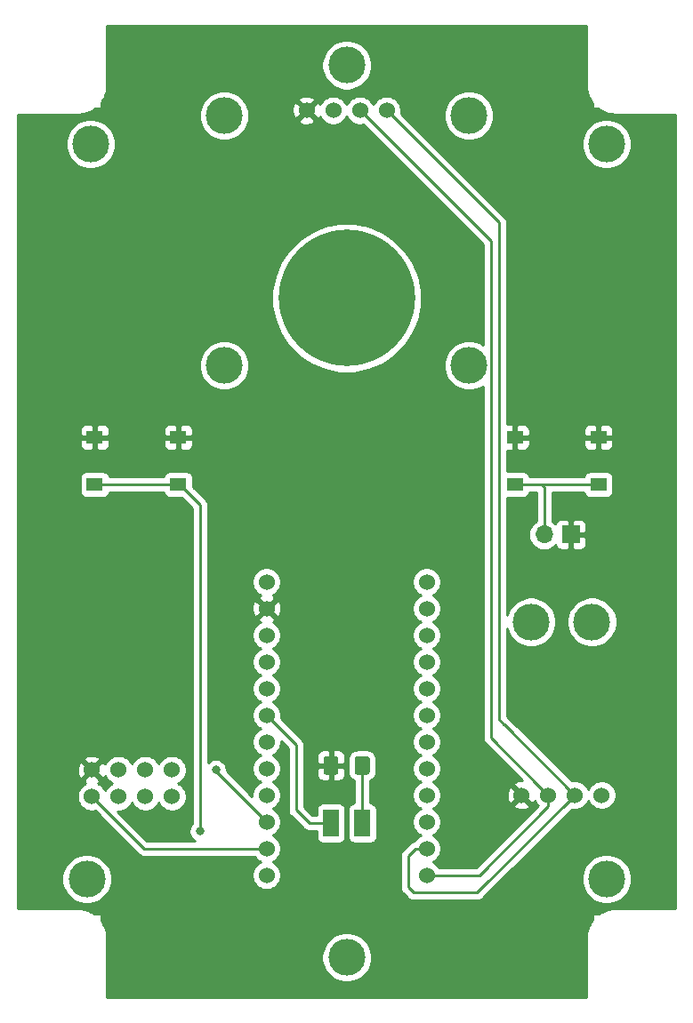
<source format=gbr>
G04 #@! TF.GenerationSoftware,KiCad,Pcbnew,5.1.4+dfsg1-1*
G04 #@! TF.CreationDate,2020-04-18T12:41:44+10:00*
G04 #@! TF.ProjectId,temp0_schematic,74656d70-305f-4736-9368-656d61746963,rev?*
G04 #@! TF.SameCoordinates,Original*
G04 #@! TF.FileFunction,Copper,L1,Top*
G04 #@! TF.FilePolarity,Positive*
%FSLAX46Y46*%
G04 Gerber Fmt 4.6, Leading zero omitted, Abs format (unit mm)*
G04 Created by KiCad (PCBNEW 5.1.4+dfsg1-1) date 2020-04-18 12:41:44*
%MOMM*%
%LPD*%
G04 APERTURE LIST*
%ADD10C,3.500000*%
%ADD11C,1.524000*%
%ADD12O,1.700000X1.700000*%
%ADD13R,1.700000X1.700000*%
%ADD14R,1.550000X1.300000*%
%ADD15C,0.100000*%
%ADD16C,1.425000*%
%ADD17R,1.500000X2.600000*%
%ADD18C,13.000000*%
%ADD19C,0.800000*%
%ADD20C,0.250000*%
%ADD21C,0.254000*%
G04 APERTURE END LIST*
D10*
X165841000Y-108324000D03*
X160041000Y-108324000D03*
D11*
X166751000Y-124824000D03*
X164211000Y-124824000D03*
X161671000Y-124824000D03*
X159131000Y-124824000D03*
D10*
X130840000Y-60100000D03*
X130840000Y-83900000D03*
X154140000Y-83900000D03*
X154140000Y-60100000D03*
D11*
X146300000Y-59600000D03*
X143760000Y-59600000D03*
X141220000Y-59600000D03*
X138680000Y-59600000D03*
X125857000Y-124968000D03*
X125857000Y-122428000D03*
X123317000Y-124968000D03*
X123317000Y-122428000D03*
X120777000Y-124968000D03*
X120777000Y-122428000D03*
X118237000Y-124968000D03*
X118237000Y-122428000D03*
D12*
X161290000Y-100000000D03*
D13*
X163830000Y-100000000D03*
D11*
X134870000Y-104530000D03*
X134870000Y-107070000D03*
X134870000Y-109610000D03*
X134870000Y-112150000D03*
X134870000Y-114690000D03*
X134870000Y-117230000D03*
X134870000Y-119770000D03*
X134870000Y-122310000D03*
X134870000Y-124850000D03*
X134870000Y-127390000D03*
X134870000Y-129930000D03*
X134870000Y-132470000D03*
X150110000Y-104530000D03*
X150110000Y-107070000D03*
X150110000Y-109610000D03*
X150110000Y-112150000D03*
X150110000Y-114690000D03*
X150110000Y-117230000D03*
X150110000Y-119770000D03*
X150110000Y-122310000D03*
X150110000Y-124850000D03*
X150110000Y-127390000D03*
X150110000Y-129930000D03*
X150110000Y-132470000D03*
D14*
X126465000Y-95250000D03*
X126465000Y-90750000D03*
X118515000Y-90750000D03*
X118515000Y-95250000D03*
D15*
G36*
X141489504Y-121126204D02*
G01*
X141513773Y-121129804D01*
X141537571Y-121135765D01*
X141560671Y-121144030D01*
X141582849Y-121154520D01*
X141603893Y-121167133D01*
X141623598Y-121181747D01*
X141641777Y-121198223D01*
X141658253Y-121216402D01*
X141672867Y-121236107D01*
X141685480Y-121257151D01*
X141695970Y-121279329D01*
X141704235Y-121302429D01*
X141710196Y-121326227D01*
X141713796Y-121350496D01*
X141715000Y-121375000D01*
X141715000Y-122625000D01*
X141713796Y-122649504D01*
X141710196Y-122673773D01*
X141704235Y-122697571D01*
X141695970Y-122720671D01*
X141685480Y-122742849D01*
X141672867Y-122763893D01*
X141658253Y-122783598D01*
X141641777Y-122801777D01*
X141623598Y-122818253D01*
X141603893Y-122832867D01*
X141582849Y-122845480D01*
X141560671Y-122855970D01*
X141537571Y-122864235D01*
X141513773Y-122870196D01*
X141489504Y-122873796D01*
X141465000Y-122875000D01*
X140540000Y-122875000D01*
X140515496Y-122873796D01*
X140491227Y-122870196D01*
X140467429Y-122864235D01*
X140444329Y-122855970D01*
X140422151Y-122845480D01*
X140401107Y-122832867D01*
X140381402Y-122818253D01*
X140363223Y-122801777D01*
X140346747Y-122783598D01*
X140332133Y-122763893D01*
X140319520Y-122742849D01*
X140309030Y-122720671D01*
X140300765Y-122697571D01*
X140294804Y-122673773D01*
X140291204Y-122649504D01*
X140290000Y-122625000D01*
X140290000Y-121375000D01*
X140291204Y-121350496D01*
X140294804Y-121326227D01*
X140300765Y-121302429D01*
X140309030Y-121279329D01*
X140319520Y-121257151D01*
X140332133Y-121236107D01*
X140346747Y-121216402D01*
X140363223Y-121198223D01*
X140381402Y-121181747D01*
X140401107Y-121167133D01*
X140422151Y-121154520D01*
X140444329Y-121144030D01*
X140467429Y-121135765D01*
X140491227Y-121129804D01*
X140515496Y-121126204D01*
X140540000Y-121125000D01*
X141465000Y-121125000D01*
X141489504Y-121126204D01*
X141489504Y-121126204D01*
G37*
D16*
X141002500Y-122000000D03*
D15*
G36*
X144464504Y-121126204D02*
G01*
X144488773Y-121129804D01*
X144512571Y-121135765D01*
X144535671Y-121144030D01*
X144557849Y-121154520D01*
X144578893Y-121167133D01*
X144598598Y-121181747D01*
X144616777Y-121198223D01*
X144633253Y-121216402D01*
X144647867Y-121236107D01*
X144660480Y-121257151D01*
X144670970Y-121279329D01*
X144679235Y-121302429D01*
X144685196Y-121326227D01*
X144688796Y-121350496D01*
X144690000Y-121375000D01*
X144690000Y-122625000D01*
X144688796Y-122649504D01*
X144685196Y-122673773D01*
X144679235Y-122697571D01*
X144670970Y-122720671D01*
X144660480Y-122742849D01*
X144647867Y-122763893D01*
X144633253Y-122783598D01*
X144616777Y-122801777D01*
X144598598Y-122818253D01*
X144578893Y-122832867D01*
X144557849Y-122845480D01*
X144535671Y-122855970D01*
X144512571Y-122864235D01*
X144488773Y-122870196D01*
X144464504Y-122873796D01*
X144440000Y-122875000D01*
X143515000Y-122875000D01*
X143490496Y-122873796D01*
X143466227Y-122870196D01*
X143442429Y-122864235D01*
X143419329Y-122855970D01*
X143397151Y-122845480D01*
X143376107Y-122832867D01*
X143356402Y-122818253D01*
X143338223Y-122801777D01*
X143321747Y-122783598D01*
X143307133Y-122763893D01*
X143294520Y-122742849D01*
X143284030Y-122720671D01*
X143275765Y-122697571D01*
X143269804Y-122673773D01*
X143266204Y-122649504D01*
X143265000Y-122625000D01*
X143265000Y-121375000D01*
X143266204Y-121350496D01*
X143269804Y-121326227D01*
X143275765Y-121302429D01*
X143284030Y-121279329D01*
X143294520Y-121257151D01*
X143307133Y-121236107D01*
X143321747Y-121216402D01*
X143338223Y-121198223D01*
X143356402Y-121181747D01*
X143376107Y-121167133D01*
X143397151Y-121154520D01*
X143419329Y-121144030D01*
X143442429Y-121135765D01*
X143466227Y-121129804D01*
X143490496Y-121126204D01*
X143515000Y-121125000D01*
X144440000Y-121125000D01*
X144464504Y-121126204D01*
X144464504Y-121126204D01*
G37*
D16*
X143977500Y-122000000D03*
D14*
X166465000Y-95250000D03*
X166465000Y-90750000D03*
X158515000Y-90750000D03*
X158515000Y-95250000D03*
D17*
X143990000Y-127500000D03*
X140990000Y-127500000D03*
D10*
X117760000Y-132800000D03*
X142490000Y-140300000D03*
X167220000Y-132800000D03*
X167220000Y-62800000D03*
X142490000Y-55300000D03*
X118110000Y-62800000D03*
D18*
X142490000Y-77470000D03*
D19*
X130048000Y-122428000D03*
X128524000Y-128270000D03*
D20*
X140990000Y-127500000D02*
X138930000Y-127500000D01*
X138930000Y-127500000D02*
X137668000Y-126238000D01*
X137668000Y-120028000D02*
X134870000Y-117230000D01*
X137668000Y-126238000D02*
X137668000Y-120028000D01*
X143990000Y-122012500D02*
X143977500Y-122000000D01*
X143990000Y-127500000D02*
X143990000Y-122012500D01*
X134870000Y-127390000D02*
X130048000Y-122568000D01*
X130048000Y-122568000D02*
X130048000Y-122428000D01*
X118515000Y-95250000D02*
X126465000Y-95250000D01*
X126590000Y-95250000D02*
X126465000Y-95250000D01*
X128524000Y-97184000D02*
X126590000Y-95250000D01*
X128524000Y-128270000D02*
X128524000Y-97184000D01*
X160909001Y-124062001D02*
X161671000Y-124824000D01*
X156215001Y-119368001D02*
X160909001Y-124062001D01*
X156215001Y-72055001D02*
X156215001Y-119368001D01*
X143760000Y-59600000D02*
X156215001Y-72055001D01*
X151187630Y-132470000D02*
X150110000Y-132470000D01*
X155102630Y-132470000D02*
X151187630Y-132470000D01*
X161671000Y-125901630D02*
X155102630Y-132470000D01*
X161671000Y-124824000D02*
X161671000Y-125901630D01*
X164211000Y-124824000D02*
X157480000Y-118093000D01*
X157480000Y-118093000D02*
X157463000Y-118093000D01*
X157463000Y-118093000D02*
X156972000Y-117602000D01*
X156972000Y-70272000D02*
X146300000Y-59600000D01*
X156972000Y-117602000D02*
X156972000Y-70272000D01*
X154923000Y-134112000D02*
X164211000Y-124824000D01*
X149032370Y-129930000D02*
X148336000Y-130626370D01*
X150110000Y-129930000D02*
X149032370Y-129930000D01*
X148336000Y-130626370D02*
X148336000Y-133604000D01*
X148336000Y-133604000D02*
X148844000Y-134112000D01*
X148844000Y-134112000D02*
X154923000Y-134112000D01*
X123199000Y-129930000D02*
X118237000Y-124968000D01*
X134870000Y-129930000D02*
X123199000Y-129930000D01*
X161290000Y-95504000D02*
X161036000Y-95250000D01*
X161290000Y-100000000D02*
X161290000Y-95504000D01*
X158515000Y-95250000D02*
X161036000Y-95250000D01*
X161036000Y-95250000D02*
X166465000Y-95250000D01*
D21*
G36*
X165280000Y-57184876D02*
G01*
X165283067Y-57216018D01*
X165282974Y-57229360D01*
X165283941Y-57239225D01*
X165327803Y-57656534D01*
X165340734Y-57719528D01*
X165352800Y-57782781D01*
X165355665Y-57792271D01*
X165479746Y-58193111D01*
X165504670Y-58252402D01*
X165528789Y-58312100D01*
X165533444Y-58320852D01*
X165733018Y-58689958D01*
X165768999Y-58743302D01*
X165804239Y-58797154D01*
X165810505Y-58804836D01*
X165862000Y-58867083D01*
X165862000Y-59309000D01*
X165864440Y-59333776D01*
X165871667Y-59357601D01*
X165883403Y-59379557D01*
X165899197Y-59398803D01*
X165918443Y-59414597D01*
X165940399Y-59426333D01*
X165964224Y-59433560D01*
X165989000Y-59436000D01*
X166434041Y-59436000D01*
X166501467Y-59490991D01*
X166555061Y-59526599D01*
X166608164Y-59562959D01*
X166616884Y-59567674D01*
X166987375Y-59764667D01*
X167046852Y-59789182D01*
X167106016Y-59814539D01*
X167115486Y-59817471D01*
X167517182Y-59938751D01*
X167580280Y-59951245D01*
X167643254Y-59964630D01*
X167653113Y-59965666D01*
X168070717Y-60006612D01*
X168070723Y-60006612D01*
X168105123Y-60010000D01*
X173780001Y-60010000D01*
X173780000Y-135590000D01*
X168105123Y-135590000D01*
X168073981Y-135593067D01*
X168060641Y-135592974D01*
X168050775Y-135593941D01*
X167633467Y-135637802D01*
X167570448Y-135650738D01*
X167507219Y-135662800D01*
X167497729Y-135665665D01*
X167096888Y-135789746D01*
X167037568Y-135814682D01*
X166977900Y-135838790D01*
X166969147Y-135843444D01*
X166600042Y-136043019D01*
X166546725Y-136078982D01*
X166492846Y-136114239D01*
X166485164Y-136120505D01*
X166456763Y-136144000D01*
X165989000Y-136144000D01*
X165964224Y-136146440D01*
X165940399Y-136153667D01*
X165918443Y-136165403D01*
X165899197Y-136181197D01*
X165883403Y-136200443D01*
X165871667Y-136222399D01*
X165864440Y-136246224D01*
X165862000Y-136271000D01*
X165862000Y-136734232D01*
X165799009Y-136811467D01*
X165763424Y-136865027D01*
X165727041Y-136918163D01*
X165722326Y-136926884D01*
X165525333Y-137297375D01*
X165500813Y-137356864D01*
X165475461Y-137416016D01*
X165472529Y-137425486D01*
X165351249Y-137827183D01*
X165338751Y-137890302D01*
X165325371Y-137953253D01*
X165324335Y-137963112D01*
X165283388Y-138380717D01*
X165283388Y-138380724D01*
X165280000Y-138415124D01*
X165280001Y-144090000D01*
X119700000Y-144090000D01*
X119700000Y-140065098D01*
X140105000Y-140065098D01*
X140105000Y-140534902D01*
X140196654Y-140995679D01*
X140376440Y-141429721D01*
X140637450Y-141820349D01*
X140969651Y-142152550D01*
X141360279Y-142413560D01*
X141794321Y-142593346D01*
X142255098Y-142685000D01*
X142724902Y-142685000D01*
X143185679Y-142593346D01*
X143619721Y-142413560D01*
X144010349Y-142152550D01*
X144342550Y-141820349D01*
X144603560Y-141429721D01*
X144783346Y-140995679D01*
X144875000Y-140534902D01*
X144875000Y-140065098D01*
X144783346Y-139604321D01*
X144603560Y-139170279D01*
X144342550Y-138779651D01*
X144010349Y-138447450D01*
X143619721Y-138186440D01*
X143185679Y-138006654D01*
X142724902Y-137915000D01*
X142255098Y-137915000D01*
X141794321Y-138006654D01*
X141360279Y-138186440D01*
X140969651Y-138447450D01*
X140637450Y-138779651D01*
X140376440Y-139170279D01*
X140196654Y-139604321D01*
X140105000Y-140065098D01*
X119700000Y-140065098D01*
X119700000Y-138415123D01*
X119696933Y-138383981D01*
X119697026Y-138370641D01*
X119696059Y-138360775D01*
X119652198Y-137943467D01*
X119639262Y-137880448D01*
X119627200Y-137817219D01*
X119624335Y-137807729D01*
X119500254Y-137406888D01*
X119475318Y-137347568D01*
X119451210Y-137287900D01*
X119446556Y-137279147D01*
X119246981Y-136910042D01*
X119211018Y-136856725D01*
X119175761Y-136802846D01*
X119169495Y-136795164D01*
X119126000Y-136742588D01*
X119126000Y-136271000D01*
X119123560Y-136246224D01*
X119116333Y-136222399D01*
X119104597Y-136200443D01*
X119088803Y-136181197D01*
X119069557Y-136165403D01*
X119047601Y-136153667D01*
X119023776Y-136146440D01*
X118999000Y-136144000D01*
X118521436Y-136144000D01*
X118478533Y-136109009D01*
X118424973Y-136073424D01*
X118371837Y-136037041D01*
X118363116Y-136032326D01*
X117992625Y-135835333D01*
X117933136Y-135810813D01*
X117873984Y-135785461D01*
X117864514Y-135782529D01*
X117462817Y-135661249D01*
X117399698Y-135648751D01*
X117336747Y-135635371D01*
X117326890Y-135634335D01*
X117326888Y-135634335D01*
X116909283Y-135593388D01*
X116909277Y-135593388D01*
X116874877Y-135590000D01*
X111200000Y-135590000D01*
X111200000Y-132565098D01*
X115375000Y-132565098D01*
X115375000Y-133034902D01*
X115466654Y-133495679D01*
X115646440Y-133929721D01*
X115907450Y-134320349D01*
X116239651Y-134652550D01*
X116630279Y-134913560D01*
X117064321Y-135093346D01*
X117525098Y-135185000D01*
X117994902Y-135185000D01*
X118455679Y-135093346D01*
X118889721Y-134913560D01*
X119280349Y-134652550D01*
X119612550Y-134320349D01*
X119873560Y-133929721D01*
X120053346Y-133495679D01*
X120145000Y-133034902D01*
X120145000Y-132565098D01*
X120053346Y-132104321D01*
X119873560Y-131670279D01*
X119612550Y-131279651D01*
X119280349Y-130947450D01*
X118889721Y-130686440D01*
X118455679Y-130506654D01*
X117994902Y-130415000D01*
X117525098Y-130415000D01*
X117064321Y-130506654D01*
X116630279Y-130686440D01*
X116239651Y-130947450D01*
X115907450Y-131279651D01*
X115646440Y-131670279D01*
X115466654Y-132104321D01*
X115375000Y-132565098D01*
X111200000Y-132565098D01*
X111200000Y-124830408D01*
X116840000Y-124830408D01*
X116840000Y-125105592D01*
X116893686Y-125375490D01*
X116998995Y-125629727D01*
X117151880Y-125858535D01*
X117346465Y-126053120D01*
X117575273Y-126206005D01*
X117829510Y-126311314D01*
X118099408Y-126365000D01*
X118374592Y-126365000D01*
X118528571Y-126334372D01*
X122635201Y-130441003D01*
X122658999Y-130470001D01*
X122774724Y-130564974D01*
X122906753Y-130635546D01*
X123050014Y-130679003D01*
X123161667Y-130690000D01*
X123161675Y-130690000D01*
X123199000Y-130693676D01*
X123236325Y-130690000D01*
X133697659Y-130690000D01*
X133784880Y-130820535D01*
X133979465Y-131015120D01*
X134208273Y-131168005D01*
X134285515Y-131200000D01*
X134208273Y-131231995D01*
X133979465Y-131384880D01*
X133784880Y-131579465D01*
X133631995Y-131808273D01*
X133526686Y-132062510D01*
X133473000Y-132332408D01*
X133473000Y-132607592D01*
X133526686Y-132877490D01*
X133631995Y-133131727D01*
X133784880Y-133360535D01*
X133979465Y-133555120D01*
X134208273Y-133708005D01*
X134462510Y-133813314D01*
X134732408Y-133867000D01*
X135007592Y-133867000D01*
X135277490Y-133813314D01*
X135531727Y-133708005D01*
X135760535Y-133555120D01*
X135955120Y-133360535D01*
X136108005Y-133131727D01*
X136213314Y-132877490D01*
X136267000Y-132607592D01*
X136267000Y-132332408D01*
X136213314Y-132062510D01*
X136108005Y-131808273D01*
X135955120Y-131579465D01*
X135760535Y-131384880D01*
X135531727Y-131231995D01*
X135454485Y-131200000D01*
X135531727Y-131168005D01*
X135760535Y-131015120D01*
X135955120Y-130820535D01*
X136108005Y-130591727D01*
X136213314Y-130337490D01*
X136267000Y-130067592D01*
X136267000Y-129792408D01*
X136213314Y-129522510D01*
X136108005Y-129268273D01*
X135955120Y-129039465D01*
X135760535Y-128844880D01*
X135531727Y-128691995D01*
X135454485Y-128660000D01*
X135531727Y-128628005D01*
X135760535Y-128475120D01*
X135955120Y-128280535D01*
X136108005Y-128051727D01*
X136213314Y-127797490D01*
X136267000Y-127527592D01*
X136267000Y-127252408D01*
X136213314Y-126982510D01*
X136108005Y-126728273D01*
X135955120Y-126499465D01*
X135760535Y-126304880D01*
X135531727Y-126151995D01*
X135454485Y-126120000D01*
X135531727Y-126088005D01*
X135760535Y-125935120D01*
X135955120Y-125740535D01*
X136108005Y-125511727D01*
X136213314Y-125257490D01*
X136267000Y-124987592D01*
X136267000Y-124712408D01*
X136213314Y-124442510D01*
X136108005Y-124188273D01*
X135955120Y-123959465D01*
X135760535Y-123764880D01*
X135531727Y-123611995D01*
X135454485Y-123580000D01*
X135531727Y-123548005D01*
X135760535Y-123395120D01*
X135955120Y-123200535D01*
X136108005Y-122971727D01*
X136213314Y-122717490D01*
X136267000Y-122447592D01*
X136267000Y-122172408D01*
X136213314Y-121902510D01*
X136108005Y-121648273D01*
X135955120Y-121419465D01*
X135760535Y-121224880D01*
X135531727Y-121071995D01*
X135454485Y-121040000D01*
X135531727Y-121008005D01*
X135760535Y-120855120D01*
X135955120Y-120660535D01*
X136108005Y-120431727D01*
X136213314Y-120177490D01*
X136267000Y-119907592D01*
X136267000Y-119701802D01*
X136908001Y-120342803D01*
X136908000Y-126200677D01*
X136904324Y-126238000D01*
X136908000Y-126275322D01*
X136908000Y-126275332D01*
X136918997Y-126386985D01*
X136953117Y-126499465D01*
X136962454Y-126530246D01*
X137033026Y-126662276D01*
X137035514Y-126665307D01*
X137127999Y-126778001D01*
X137157003Y-126801804D01*
X138366201Y-128011003D01*
X138389999Y-128040001D01*
X138418997Y-128063799D01*
X138505724Y-128134974D01*
X138637753Y-128205546D01*
X138781014Y-128249003D01*
X138930000Y-128263677D01*
X138967333Y-128260000D01*
X139601928Y-128260000D01*
X139601928Y-128800000D01*
X139614188Y-128924482D01*
X139650498Y-129044180D01*
X139709463Y-129154494D01*
X139788815Y-129251185D01*
X139885506Y-129330537D01*
X139995820Y-129389502D01*
X140115518Y-129425812D01*
X140240000Y-129438072D01*
X141740000Y-129438072D01*
X141864482Y-129425812D01*
X141984180Y-129389502D01*
X142094494Y-129330537D01*
X142191185Y-129251185D01*
X142270537Y-129154494D01*
X142329502Y-129044180D01*
X142365812Y-128924482D01*
X142378072Y-128800000D01*
X142378072Y-126200000D01*
X142601928Y-126200000D01*
X142601928Y-128800000D01*
X142614188Y-128924482D01*
X142650498Y-129044180D01*
X142709463Y-129154494D01*
X142788815Y-129251185D01*
X142885506Y-129330537D01*
X142995820Y-129389502D01*
X143115518Y-129425812D01*
X143240000Y-129438072D01*
X144740000Y-129438072D01*
X144864482Y-129425812D01*
X144984180Y-129389502D01*
X145094494Y-129330537D01*
X145191185Y-129251185D01*
X145270537Y-129154494D01*
X145329502Y-129044180D01*
X145365812Y-128924482D01*
X145378072Y-128800000D01*
X145378072Y-126200000D01*
X145365812Y-126075518D01*
X145329502Y-125955820D01*
X145270537Y-125845506D01*
X145191185Y-125748815D01*
X145094494Y-125669463D01*
X144984180Y-125610498D01*
X144864482Y-125574188D01*
X144750000Y-125562913D01*
X144750000Y-123454527D01*
X144779850Y-123445472D01*
X144933386Y-123363405D01*
X145067962Y-123252962D01*
X145178405Y-123118386D01*
X145260472Y-122964850D01*
X145311008Y-122798254D01*
X145328072Y-122625000D01*
X145328072Y-121375000D01*
X145311008Y-121201746D01*
X145260472Y-121035150D01*
X145178405Y-120881614D01*
X145067962Y-120747038D01*
X144933386Y-120636595D01*
X144779850Y-120554528D01*
X144613254Y-120503992D01*
X144440000Y-120486928D01*
X143515000Y-120486928D01*
X143341746Y-120503992D01*
X143175150Y-120554528D01*
X143021614Y-120636595D01*
X142887038Y-120747038D01*
X142776595Y-120881614D01*
X142694528Y-121035150D01*
X142643992Y-121201746D01*
X142626928Y-121375000D01*
X142626928Y-122625000D01*
X142643992Y-122798254D01*
X142694528Y-122964850D01*
X142776595Y-123118386D01*
X142887038Y-123252962D01*
X143021614Y-123363405D01*
X143175150Y-123445472D01*
X143230001Y-123462111D01*
X143230000Y-125562913D01*
X143115518Y-125574188D01*
X142995820Y-125610498D01*
X142885506Y-125669463D01*
X142788815Y-125748815D01*
X142709463Y-125845506D01*
X142650498Y-125955820D01*
X142614188Y-126075518D01*
X142601928Y-126200000D01*
X142378072Y-126200000D01*
X142365812Y-126075518D01*
X142329502Y-125955820D01*
X142270537Y-125845506D01*
X142191185Y-125748815D01*
X142094494Y-125669463D01*
X141984180Y-125610498D01*
X141864482Y-125574188D01*
X141740000Y-125561928D01*
X140240000Y-125561928D01*
X140115518Y-125574188D01*
X139995820Y-125610498D01*
X139885506Y-125669463D01*
X139788815Y-125748815D01*
X139709463Y-125845506D01*
X139650498Y-125955820D01*
X139614188Y-126075518D01*
X139601928Y-126200000D01*
X139601928Y-126740000D01*
X139244802Y-126740000D01*
X138428000Y-125923199D01*
X138428000Y-122875000D01*
X139651928Y-122875000D01*
X139664188Y-122999482D01*
X139700498Y-123119180D01*
X139759463Y-123229494D01*
X139838815Y-123326185D01*
X139935506Y-123405537D01*
X140045820Y-123464502D01*
X140165518Y-123500812D01*
X140290000Y-123513072D01*
X140716750Y-123510000D01*
X140875500Y-123351250D01*
X140875500Y-122127000D01*
X141129500Y-122127000D01*
X141129500Y-123351250D01*
X141288250Y-123510000D01*
X141715000Y-123513072D01*
X141839482Y-123500812D01*
X141959180Y-123464502D01*
X142069494Y-123405537D01*
X142166185Y-123326185D01*
X142245537Y-123229494D01*
X142304502Y-123119180D01*
X142340812Y-122999482D01*
X142353072Y-122875000D01*
X142350000Y-122285750D01*
X142191250Y-122127000D01*
X141129500Y-122127000D01*
X140875500Y-122127000D01*
X139813750Y-122127000D01*
X139655000Y-122285750D01*
X139651928Y-122875000D01*
X138428000Y-122875000D01*
X138428000Y-121125000D01*
X139651928Y-121125000D01*
X139655000Y-121714250D01*
X139813750Y-121873000D01*
X140875500Y-121873000D01*
X140875500Y-120648750D01*
X141129500Y-120648750D01*
X141129500Y-121873000D01*
X142191250Y-121873000D01*
X142350000Y-121714250D01*
X142353072Y-121125000D01*
X142340812Y-121000518D01*
X142304502Y-120880820D01*
X142245537Y-120770506D01*
X142166185Y-120673815D01*
X142069494Y-120594463D01*
X141959180Y-120535498D01*
X141839482Y-120499188D01*
X141715000Y-120486928D01*
X141288250Y-120490000D01*
X141129500Y-120648750D01*
X140875500Y-120648750D01*
X140716750Y-120490000D01*
X140290000Y-120486928D01*
X140165518Y-120499188D01*
X140045820Y-120535498D01*
X139935506Y-120594463D01*
X139838815Y-120673815D01*
X139759463Y-120770506D01*
X139700498Y-120880820D01*
X139664188Y-121000518D01*
X139651928Y-121125000D01*
X138428000Y-121125000D01*
X138428000Y-120065333D01*
X138431677Y-120028000D01*
X138417003Y-119879014D01*
X138373546Y-119735753D01*
X138302974Y-119603724D01*
X138231799Y-119516997D01*
X138208001Y-119487999D01*
X138179003Y-119464201D01*
X136236372Y-117521571D01*
X136267000Y-117367592D01*
X136267000Y-117092408D01*
X136213314Y-116822510D01*
X136108005Y-116568273D01*
X135955120Y-116339465D01*
X135760535Y-116144880D01*
X135531727Y-115991995D01*
X135454485Y-115960000D01*
X135531727Y-115928005D01*
X135760535Y-115775120D01*
X135955120Y-115580535D01*
X136108005Y-115351727D01*
X136213314Y-115097490D01*
X136267000Y-114827592D01*
X136267000Y-114552408D01*
X136213314Y-114282510D01*
X136108005Y-114028273D01*
X135955120Y-113799465D01*
X135760535Y-113604880D01*
X135531727Y-113451995D01*
X135454485Y-113420000D01*
X135531727Y-113388005D01*
X135760535Y-113235120D01*
X135955120Y-113040535D01*
X136108005Y-112811727D01*
X136213314Y-112557490D01*
X136267000Y-112287592D01*
X136267000Y-112012408D01*
X136213314Y-111742510D01*
X136108005Y-111488273D01*
X135955120Y-111259465D01*
X135760535Y-111064880D01*
X135531727Y-110911995D01*
X135454485Y-110880000D01*
X135531727Y-110848005D01*
X135760535Y-110695120D01*
X135955120Y-110500535D01*
X136108005Y-110271727D01*
X136213314Y-110017490D01*
X136267000Y-109747592D01*
X136267000Y-109472408D01*
X136213314Y-109202510D01*
X136108005Y-108948273D01*
X135955120Y-108719465D01*
X135760535Y-108524880D01*
X135531727Y-108371995D01*
X135460057Y-108342308D01*
X135473023Y-108337636D01*
X135588980Y-108275656D01*
X135655960Y-108035565D01*
X134870000Y-107249605D01*
X134084040Y-108035565D01*
X134151020Y-108275656D01*
X134286760Y-108339485D01*
X134208273Y-108371995D01*
X133979465Y-108524880D01*
X133784880Y-108719465D01*
X133631995Y-108948273D01*
X133526686Y-109202510D01*
X133473000Y-109472408D01*
X133473000Y-109747592D01*
X133526686Y-110017490D01*
X133631995Y-110271727D01*
X133784880Y-110500535D01*
X133979465Y-110695120D01*
X134208273Y-110848005D01*
X134285515Y-110880000D01*
X134208273Y-110911995D01*
X133979465Y-111064880D01*
X133784880Y-111259465D01*
X133631995Y-111488273D01*
X133526686Y-111742510D01*
X133473000Y-112012408D01*
X133473000Y-112287592D01*
X133526686Y-112557490D01*
X133631995Y-112811727D01*
X133784880Y-113040535D01*
X133979465Y-113235120D01*
X134208273Y-113388005D01*
X134285515Y-113420000D01*
X134208273Y-113451995D01*
X133979465Y-113604880D01*
X133784880Y-113799465D01*
X133631995Y-114028273D01*
X133526686Y-114282510D01*
X133473000Y-114552408D01*
X133473000Y-114827592D01*
X133526686Y-115097490D01*
X133631995Y-115351727D01*
X133784880Y-115580535D01*
X133979465Y-115775120D01*
X134208273Y-115928005D01*
X134285515Y-115960000D01*
X134208273Y-115991995D01*
X133979465Y-116144880D01*
X133784880Y-116339465D01*
X133631995Y-116568273D01*
X133526686Y-116822510D01*
X133473000Y-117092408D01*
X133473000Y-117367592D01*
X133526686Y-117637490D01*
X133631995Y-117891727D01*
X133784880Y-118120535D01*
X133979465Y-118315120D01*
X134208273Y-118468005D01*
X134285515Y-118500000D01*
X134208273Y-118531995D01*
X133979465Y-118684880D01*
X133784880Y-118879465D01*
X133631995Y-119108273D01*
X133526686Y-119362510D01*
X133473000Y-119632408D01*
X133473000Y-119907592D01*
X133526686Y-120177490D01*
X133631995Y-120431727D01*
X133784880Y-120660535D01*
X133979465Y-120855120D01*
X134208273Y-121008005D01*
X134285515Y-121040000D01*
X134208273Y-121071995D01*
X133979465Y-121224880D01*
X133784880Y-121419465D01*
X133631995Y-121648273D01*
X133526686Y-121902510D01*
X133473000Y-122172408D01*
X133473000Y-122447592D01*
X133526686Y-122717490D01*
X133631995Y-122971727D01*
X133784880Y-123200535D01*
X133979465Y-123395120D01*
X134208273Y-123548005D01*
X134285515Y-123580000D01*
X134208273Y-123611995D01*
X133979465Y-123764880D01*
X133784880Y-123959465D01*
X133631995Y-124188273D01*
X133526686Y-124442510D01*
X133473000Y-124712408D01*
X133473000Y-124918198D01*
X131083000Y-122528199D01*
X131083000Y-122326061D01*
X131043226Y-122126102D01*
X130965205Y-121937744D01*
X130851937Y-121768226D01*
X130707774Y-121624063D01*
X130538256Y-121510795D01*
X130349898Y-121432774D01*
X130149939Y-121393000D01*
X129946061Y-121393000D01*
X129746102Y-121432774D01*
X129557744Y-121510795D01*
X129388226Y-121624063D01*
X129284000Y-121728289D01*
X129284000Y-107142017D01*
X133468090Y-107142017D01*
X133509078Y-107414133D01*
X133602364Y-107673023D01*
X133664344Y-107788980D01*
X133904435Y-107855960D01*
X134690395Y-107070000D01*
X135049605Y-107070000D01*
X135835565Y-107855960D01*
X136075656Y-107788980D01*
X136192756Y-107539952D01*
X136259023Y-107272865D01*
X136271910Y-106997983D01*
X136230922Y-106725867D01*
X136137636Y-106466977D01*
X136075656Y-106351020D01*
X135835565Y-106284040D01*
X135049605Y-107070000D01*
X134690395Y-107070000D01*
X133904435Y-106284040D01*
X133664344Y-106351020D01*
X133547244Y-106600048D01*
X133480977Y-106867135D01*
X133468090Y-107142017D01*
X129284000Y-107142017D01*
X129284000Y-104392408D01*
X133473000Y-104392408D01*
X133473000Y-104667592D01*
X133526686Y-104937490D01*
X133631995Y-105191727D01*
X133784880Y-105420535D01*
X133979465Y-105615120D01*
X134208273Y-105768005D01*
X134279943Y-105797692D01*
X134266977Y-105802364D01*
X134151020Y-105864344D01*
X134084040Y-106104435D01*
X134870000Y-106890395D01*
X135655960Y-106104435D01*
X135588980Y-105864344D01*
X135453240Y-105800515D01*
X135531727Y-105768005D01*
X135760535Y-105615120D01*
X135955120Y-105420535D01*
X136108005Y-105191727D01*
X136213314Y-104937490D01*
X136267000Y-104667592D01*
X136267000Y-104392408D01*
X136213314Y-104122510D01*
X136108005Y-103868273D01*
X135955120Y-103639465D01*
X135760535Y-103444880D01*
X135531727Y-103291995D01*
X135277490Y-103186686D01*
X135007592Y-103133000D01*
X134732408Y-103133000D01*
X134462510Y-103186686D01*
X134208273Y-103291995D01*
X133979465Y-103444880D01*
X133784880Y-103639465D01*
X133631995Y-103868273D01*
X133526686Y-104122510D01*
X133473000Y-104392408D01*
X129284000Y-104392408D01*
X129284000Y-97221322D01*
X129287676Y-97183999D01*
X129284000Y-97146676D01*
X129284000Y-97146667D01*
X129273003Y-97035014D01*
X129229546Y-96891753D01*
X129158974Y-96759723D01*
X129087799Y-96672997D01*
X129064001Y-96643999D01*
X129035003Y-96620201D01*
X127878072Y-95463271D01*
X127878072Y-94600000D01*
X127865812Y-94475518D01*
X127829502Y-94355820D01*
X127770537Y-94245506D01*
X127691185Y-94148815D01*
X127594494Y-94069463D01*
X127484180Y-94010498D01*
X127364482Y-93974188D01*
X127240000Y-93961928D01*
X125690000Y-93961928D01*
X125565518Y-93974188D01*
X125445820Y-94010498D01*
X125335506Y-94069463D01*
X125238815Y-94148815D01*
X125159463Y-94245506D01*
X125100498Y-94355820D01*
X125064188Y-94475518D01*
X125062762Y-94490000D01*
X119917238Y-94490000D01*
X119915812Y-94475518D01*
X119879502Y-94355820D01*
X119820537Y-94245506D01*
X119741185Y-94148815D01*
X119644494Y-94069463D01*
X119534180Y-94010498D01*
X119414482Y-93974188D01*
X119290000Y-93961928D01*
X117740000Y-93961928D01*
X117615518Y-93974188D01*
X117495820Y-94010498D01*
X117385506Y-94069463D01*
X117288815Y-94148815D01*
X117209463Y-94245506D01*
X117150498Y-94355820D01*
X117114188Y-94475518D01*
X117101928Y-94600000D01*
X117101928Y-95900000D01*
X117114188Y-96024482D01*
X117150498Y-96144180D01*
X117209463Y-96254494D01*
X117288815Y-96351185D01*
X117385506Y-96430537D01*
X117495820Y-96489502D01*
X117615518Y-96525812D01*
X117740000Y-96538072D01*
X119290000Y-96538072D01*
X119414482Y-96525812D01*
X119534180Y-96489502D01*
X119644494Y-96430537D01*
X119741185Y-96351185D01*
X119820537Y-96254494D01*
X119879502Y-96144180D01*
X119915812Y-96024482D01*
X119917238Y-96010000D01*
X125062762Y-96010000D01*
X125064188Y-96024482D01*
X125100498Y-96144180D01*
X125159463Y-96254494D01*
X125238815Y-96351185D01*
X125335506Y-96430537D01*
X125445820Y-96489502D01*
X125565518Y-96525812D01*
X125690000Y-96538072D01*
X126803271Y-96538072D01*
X127764001Y-97498803D01*
X127764000Y-127566289D01*
X127720063Y-127610226D01*
X127606795Y-127779744D01*
X127528774Y-127968102D01*
X127489000Y-128168061D01*
X127489000Y-128371939D01*
X127528774Y-128571898D01*
X127606795Y-128760256D01*
X127720063Y-128929774D01*
X127864226Y-129073937D01*
X128007995Y-129170000D01*
X123513802Y-129170000D01*
X120708801Y-126365000D01*
X120914592Y-126365000D01*
X121184490Y-126311314D01*
X121438727Y-126206005D01*
X121667535Y-126053120D01*
X121862120Y-125858535D01*
X122015005Y-125629727D01*
X122047000Y-125552485D01*
X122078995Y-125629727D01*
X122231880Y-125858535D01*
X122426465Y-126053120D01*
X122655273Y-126206005D01*
X122909510Y-126311314D01*
X123179408Y-126365000D01*
X123454592Y-126365000D01*
X123724490Y-126311314D01*
X123978727Y-126206005D01*
X124207535Y-126053120D01*
X124402120Y-125858535D01*
X124555005Y-125629727D01*
X124587000Y-125552485D01*
X124618995Y-125629727D01*
X124771880Y-125858535D01*
X124966465Y-126053120D01*
X125195273Y-126206005D01*
X125449510Y-126311314D01*
X125719408Y-126365000D01*
X125994592Y-126365000D01*
X126264490Y-126311314D01*
X126518727Y-126206005D01*
X126747535Y-126053120D01*
X126942120Y-125858535D01*
X127095005Y-125629727D01*
X127200314Y-125375490D01*
X127254000Y-125105592D01*
X127254000Y-124830408D01*
X127200314Y-124560510D01*
X127095005Y-124306273D01*
X126942120Y-124077465D01*
X126747535Y-123882880D01*
X126518727Y-123729995D01*
X126441485Y-123698000D01*
X126518727Y-123666005D01*
X126747535Y-123513120D01*
X126942120Y-123318535D01*
X127095005Y-123089727D01*
X127200314Y-122835490D01*
X127254000Y-122565592D01*
X127254000Y-122290408D01*
X127200314Y-122020510D01*
X127095005Y-121766273D01*
X126942120Y-121537465D01*
X126747535Y-121342880D01*
X126518727Y-121189995D01*
X126264490Y-121084686D01*
X125994592Y-121031000D01*
X125719408Y-121031000D01*
X125449510Y-121084686D01*
X125195273Y-121189995D01*
X124966465Y-121342880D01*
X124771880Y-121537465D01*
X124618995Y-121766273D01*
X124587000Y-121843515D01*
X124555005Y-121766273D01*
X124402120Y-121537465D01*
X124207535Y-121342880D01*
X123978727Y-121189995D01*
X123724490Y-121084686D01*
X123454592Y-121031000D01*
X123179408Y-121031000D01*
X122909510Y-121084686D01*
X122655273Y-121189995D01*
X122426465Y-121342880D01*
X122231880Y-121537465D01*
X122078995Y-121766273D01*
X122047000Y-121843515D01*
X122015005Y-121766273D01*
X121862120Y-121537465D01*
X121667535Y-121342880D01*
X121438727Y-121189995D01*
X121184490Y-121084686D01*
X120914592Y-121031000D01*
X120639408Y-121031000D01*
X120369510Y-121084686D01*
X120115273Y-121189995D01*
X119886465Y-121342880D01*
X119691880Y-121537465D01*
X119538995Y-121766273D01*
X119509308Y-121837943D01*
X119504636Y-121824977D01*
X119442656Y-121709020D01*
X119202565Y-121642040D01*
X118416605Y-122428000D01*
X119202565Y-123213960D01*
X119442656Y-123146980D01*
X119506485Y-123011240D01*
X119538995Y-123089727D01*
X119691880Y-123318535D01*
X119886465Y-123513120D01*
X120115273Y-123666005D01*
X120192515Y-123698000D01*
X120115273Y-123729995D01*
X119886465Y-123882880D01*
X119691880Y-124077465D01*
X119538995Y-124306273D01*
X119507000Y-124383515D01*
X119475005Y-124306273D01*
X119322120Y-124077465D01*
X119127535Y-123882880D01*
X118898727Y-123729995D01*
X118827057Y-123700308D01*
X118840023Y-123695636D01*
X118955980Y-123633656D01*
X119022960Y-123393565D01*
X118237000Y-122607605D01*
X117451040Y-123393565D01*
X117518020Y-123633656D01*
X117653760Y-123697485D01*
X117575273Y-123729995D01*
X117346465Y-123882880D01*
X117151880Y-124077465D01*
X116998995Y-124306273D01*
X116893686Y-124560510D01*
X116840000Y-124830408D01*
X111200000Y-124830408D01*
X111200000Y-122500017D01*
X116835090Y-122500017D01*
X116876078Y-122772133D01*
X116969364Y-123031023D01*
X117031344Y-123146980D01*
X117271435Y-123213960D01*
X118057395Y-122428000D01*
X117271435Y-121642040D01*
X117031344Y-121709020D01*
X116914244Y-121958048D01*
X116847977Y-122225135D01*
X116835090Y-122500017D01*
X111200000Y-122500017D01*
X111200000Y-121462435D01*
X117451040Y-121462435D01*
X118237000Y-122248395D01*
X119022960Y-121462435D01*
X118955980Y-121222344D01*
X118706952Y-121105244D01*
X118439865Y-121038977D01*
X118164983Y-121026090D01*
X117892867Y-121067078D01*
X117633977Y-121160364D01*
X117518020Y-121222344D01*
X117451040Y-121462435D01*
X111200000Y-121462435D01*
X111200000Y-91400000D01*
X117101928Y-91400000D01*
X117114188Y-91524482D01*
X117150498Y-91644180D01*
X117209463Y-91754494D01*
X117288815Y-91851185D01*
X117385506Y-91930537D01*
X117495820Y-91989502D01*
X117615518Y-92025812D01*
X117740000Y-92038072D01*
X118229250Y-92035000D01*
X118388000Y-91876250D01*
X118388000Y-90877000D01*
X118642000Y-90877000D01*
X118642000Y-91876250D01*
X118800750Y-92035000D01*
X119290000Y-92038072D01*
X119414482Y-92025812D01*
X119534180Y-91989502D01*
X119644494Y-91930537D01*
X119741185Y-91851185D01*
X119820537Y-91754494D01*
X119879502Y-91644180D01*
X119915812Y-91524482D01*
X119928072Y-91400000D01*
X125051928Y-91400000D01*
X125064188Y-91524482D01*
X125100498Y-91644180D01*
X125159463Y-91754494D01*
X125238815Y-91851185D01*
X125335506Y-91930537D01*
X125445820Y-91989502D01*
X125565518Y-92025812D01*
X125690000Y-92038072D01*
X126179250Y-92035000D01*
X126338000Y-91876250D01*
X126338000Y-90877000D01*
X126592000Y-90877000D01*
X126592000Y-91876250D01*
X126750750Y-92035000D01*
X127240000Y-92038072D01*
X127364482Y-92025812D01*
X127484180Y-91989502D01*
X127594494Y-91930537D01*
X127691185Y-91851185D01*
X127770537Y-91754494D01*
X127829502Y-91644180D01*
X127865812Y-91524482D01*
X127878072Y-91400000D01*
X127875000Y-91035750D01*
X127716250Y-90877000D01*
X126592000Y-90877000D01*
X126338000Y-90877000D01*
X125213750Y-90877000D01*
X125055000Y-91035750D01*
X125051928Y-91400000D01*
X119928072Y-91400000D01*
X119925000Y-91035750D01*
X119766250Y-90877000D01*
X118642000Y-90877000D01*
X118388000Y-90877000D01*
X117263750Y-90877000D01*
X117105000Y-91035750D01*
X117101928Y-91400000D01*
X111200000Y-91400000D01*
X111200000Y-90100000D01*
X117101928Y-90100000D01*
X117105000Y-90464250D01*
X117263750Y-90623000D01*
X118388000Y-90623000D01*
X118388000Y-89623750D01*
X118642000Y-89623750D01*
X118642000Y-90623000D01*
X119766250Y-90623000D01*
X119925000Y-90464250D01*
X119928072Y-90100000D01*
X125051928Y-90100000D01*
X125055000Y-90464250D01*
X125213750Y-90623000D01*
X126338000Y-90623000D01*
X126338000Y-89623750D01*
X126592000Y-89623750D01*
X126592000Y-90623000D01*
X127716250Y-90623000D01*
X127875000Y-90464250D01*
X127878072Y-90100000D01*
X127865812Y-89975518D01*
X127829502Y-89855820D01*
X127770537Y-89745506D01*
X127691185Y-89648815D01*
X127594494Y-89569463D01*
X127484180Y-89510498D01*
X127364482Y-89474188D01*
X127240000Y-89461928D01*
X126750750Y-89465000D01*
X126592000Y-89623750D01*
X126338000Y-89623750D01*
X126179250Y-89465000D01*
X125690000Y-89461928D01*
X125565518Y-89474188D01*
X125445820Y-89510498D01*
X125335506Y-89569463D01*
X125238815Y-89648815D01*
X125159463Y-89745506D01*
X125100498Y-89855820D01*
X125064188Y-89975518D01*
X125051928Y-90100000D01*
X119928072Y-90100000D01*
X119915812Y-89975518D01*
X119879502Y-89855820D01*
X119820537Y-89745506D01*
X119741185Y-89648815D01*
X119644494Y-89569463D01*
X119534180Y-89510498D01*
X119414482Y-89474188D01*
X119290000Y-89461928D01*
X118800750Y-89465000D01*
X118642000Y-89623750D01*
X118388000Y-89623750D01*
X118229250Y-89465000D01*
X117740000Y-89461928D01*
X117615518Y-89474188D01*
X117495820Y-89510498D01*
X117385506Y-89569463D01*
X117288815Y-89648815D01*
X117209463Y-89745506D01*
X117150498Y-89855820D01*
X117114188Y-89975518D01*
X117101928Y-90100000D01*
X111200000Y-90100000D01*
X111200000Y-83665098D01*
X128455000Y-83665098D01*
X128455000Y-84134902D01*
X128546654Y-84595679D01*
X128726440Y-85029721D01*
X128987450Y-85420349D01*
X129319651Y-85752550D01*
X129710279Y-86013560D01*
X130144321Y-86193346D01*
X130605098Y-86285000D01*
X131074902Y-86285000D01*
X131535679Y-86193346D01*
X131969721Y-86013560D01*
X132360349Y-85752550D01*
X132692550Y-85420349D01*
X132953560Y-85029721D01*
X133133346Y-84595679D01*
X133225000Y-84134902D01*
X133225000Y-83665098D01*
X133133346Y-83204321D01*
X132953560Y-82770279D01*
X132692550Y-82379651D01*
X132360349Y-82047450D01*
X131969721Y-81786440D01*
X131535679Y-81606654D01*
X131074902Y-81515000D01*
X130605098Y-81515000D01*
X130144321Y-81606654D01*
X129710279Y-81786440D01*
X129319651Y-82047450D01*
X128987450Y-82379651D01*
X128726440Y-82770279D01*
X128546654Y-83204321D01*
X128455000Y-83665098D01*
X111200000Y-83665098D01*
X111200000Y-76767264D01*
X135355000Y-76767264D01*
X135355000Y-78172736D01*
X135629194Y-79551203D01*
X136167045Y-80849690D01*
X136947884Y-82018297D01*
X137941703Y-83012116D01*
X139110310Y-83792955D01*
X140408797Y-84330806D01*
X141787264Y-84605000D01*
X143192736Y-84605000D01*
X144571203Y-84330806D01*
X145869690Y-83792955D01*
X147038297Y-83012116D01*
X148032116Y-82018297D01*
X148812955Y-80849690D01*
X149350806Y-79551203D01*
X149625000Y-78172736D01*
X149625000Y-76767264D01*
X149350806Y-75388797D01*
X148812955Y-74090310D01*
X148032116Y-72921703D01*
X147038297Y-71927884D01*
X145869690Y-71147045D01*
X144571203Y-70609194D01*
X143192736Y-70335000D01*
X141787264Y-70335000D01*
X140408797Y-70609194D01*
X139110310Y-71147045D01*
X137941703Y-71927884D01*
X136947884Y-72921703D01*
X136167045Y-74090310D01*
X135629194Y-75388797D01*
X135355000Y-76767264D01*
X111200000Y-76767264D01*
X111200000Y-62565098D01*
X115725000Y-62565098D01*
X115725000Y-63034902D01*
X115816654Y-63495679D01*
X115996440Y-63929721D01*
X116257450Y-64320349D01*
X116589651Y-64652550D01*
X116980279Y-64913560D01*
X117414321Y-65093346D01*
X117875098Y-65185000D01*
X118344902Y-65185000D01*
X118805679Y-65093346D01*
X119239721Y-64913560D01*
X119630349Y-64652550D01*
X119962550Y-64320349D01*
X120223560Y-63929721D01*
X120403346Y-63495679D01*
X120495000Y-63034902D01*
X120495000Y-62565098D01*
X120403346Y-62104321D01*
X120223560Y-61670279D01*
X119962550Y-61279651D01*
X119630349Y-60947450D01*
X119239721Y-60686440D01*
X118805679Y-60506654D01*
X118344902Y-60415000D01*
X117875098Y-60415000D01*
X117414321Y-60506654D01*
X116980279Y-60686440D01*
X116589651Y-60947450D01*
X116257450Y-61279651D01*
X115996440Y-61670279D01*
X115816654Y-62104321D01*
X115725000Y-62565098D01*
X111200000Y-62565098D01*
X111200000Y-60010000D01*
X116874877Y-60010000D01*
X116906019Y-60006933D01*
X116919360Y-60007026D01*
X116929225Y-60006059D01*
X117346534Y-59962197D01*
X117409528Y-59949266D01*
X117472781Y-59937200D01*
X117482271Y-59934335D01*
X117705939Y-59865098D01*
X128455000Y-59865098D01*
X128455000Y-60334902D01*
X128546654Y-60795679D01*
X128726440Y-61229721D01*
X128987450Y-61620349D01*
X129319651Y-61952550D01*
X129710279Y-62213560D01*
X130144321Y-62393346D01*
X130605098Y-62485000D01*
X131074902Y-62485000D01*
X131535679Y-62393346D01*
X131969721Y-62213560D01*
X132360349Y-61952550D01*
X132692550Y-61620349D01*
X132953560Y-61229721D01*
X133133346Y-60795679D01*
X133179118Y-60565565D01*
X137894040Y-60565565D01*
X137961020Y-60805656D01*
X138210048Y-60922756D01*
X138477135Y-60989023D01*
X138752017Y-61001910D01*
X139024133Y-60960922D01*
X139283023Y-60867636D01*
X139398980Y-60805656D01*
X139465960Y-60565565D01*
X138680000Y-59779605D01*
X137894040Y-60565565D01*
X133179118Y-60565565D01*
X133225000Y-60334902D01*
X133225000Y-59865098D01*
X133186594Y-59672017D01*
X137278090Y-59672017D01*
X137319078Y-59944133D01*
X137412364Y-60203023D01*
X137474344Y-60318980D01*
X137714435Y-60385960D01*
X138500395Y-59600000D01*
X138859605Y-59600000D01*
X139645565Y-60385960D01*
X139885656Y-60318980D01*
X139949485Y-60183240D01*
X139981995Y-60261727D01*
X140134880Y-60490535D01*
X140329465Y-60685120D01*
X140558273Y-60838005D01*
X140812510Y-60943314D01*
X141082408Y-60997000D01*
X141357592Y-60997000D01*
X141627490Y-60943314D01*
X141881727Y-60838005D01*
X142110535Y-60685120D01*
X142305120Y-60490535D01*
X142458005Y-60261727D01*
X142490000Y-60184485D01*
X142521995Y-60261727D01*
X142674880Y-60490535D01*
X142869465Y-60685120D01*
X143098273Y-60838005D01*
X143352510Y-60943314D01*
X143622408Y-60997000D01*
X143897592Y-60997000D01*
X144051571Y-60966372D01*
X155455001Y-72369803D01*
X155455001Y-81910241D01*
X155269721Y-81786440D01*
X154835679Y-81606654D01*
X154374902Y-81515000D01*
X153905098Y-81515000D01*
X153444321Y-81606654D01*
X153010279Y-81786440D01*
X152619651Y-82047450D01*
X152287450Y-82379651D01*
X152026440Y-82770279D01*
X151846654Y-83204321D01*
X151755000Y-83665098D01*
X151755000Y-84134902D01*
X151846654Y-84595679D01*
X152026440Y-85029721D01*
X152287450Y-85420349D01*
X152619651Y-85752550D01*
X153010279Y-86013560D01*
X153444321Y-86193346D01*
X153905098Y-86285000D01*
X154374902Y-86285000D01*
X154835679Y-86193346D01*
X155269721Y-86013560D01*
X155455001Y-85889759D01*
X155455002Y-119330668D01*
X155451325Y-119368001D01*
X155465999Y-119516986D01*
X155509455Y-119660247D01*
X155580027Y-119792277D01*
X155651202Y-119879003D01*
X155675001Y-119908002D01*
X155703999Y-119931800D01*
X159200943Y-123428745D01*
X159058983Y-123422090D01*
X158786867Y-123463078D01*
X158527977Y-123556364D01*
X158412020Y-123618344D01*
X158345040Y-123858435D01*
X159131000Y-124644395D01*
X159145143Y-124630253D01*
X159324748Y-124809858D01*
X159310605Y-124824000D01*
X160096565Y-125609960D01*
X160336656Y-125542980D01*
X160400485Y-125407240D01*
X160432995Y-125485727D01*
X160585880Y-125714535D01*
X160684587Y-125813242D01*
X154787829Y-131710000D01*
X151282341Y-131710000D01*
X151195120Y-131579465D01*
X151000535Y-131384880D01*
X150771727Y-131231995D01*
X150694485Y-131200000D01*
X150771727Y-131168005D01*
X151000535Y-131015120D01*
X151195120Y-130820535D01*
X151348005Y-130591727D01*
X151453314Y-130337490D01*
X151507000Y-130067592D01*
X151507000Y-129792408D01*
X151453314Y-129522510D01*
X151348005Y-129268273D01*
X151195120Y-129039465D01*
X151000535Y-128844880D01*
X150771727Y-128691995D01*
X150694485Y-128660000D01*
X150771727Y-128628005D01*
X151000535Y-128475120D01*
X151195120Y-128280535D01*
X151348005Y-128051727D01*
X151453314Y-127797490D01*
X151507000Y-127527592D01*
X151507000Y-127252408D01*
X151453314Y-126982510D01*
X151348005Y-126728273D01*
X151195120Y-126499465D01*
X151000535Y-126304880D01*
X150771727Y-126151995D01*
X150694485Y-126120000D01*
X150771727Y-126088005D01*
X151000535Y-125935120D01*
X151146090Y-125789565D01*
X158345040Y-125789565D01*
X158412020Y-126029656D01*
X158661048Y-126146756D01*
X158928135Y-126213023D01*
X159203017Y-126225910D01*
X159475133Y-126184922D01*
X159734023Y-126091636D01*
X159849980Y-126029656D01*
X159916960Y-125789565D01*
X159131000Y-125003605D01*
X158345040Y-125789565D01*
X151146090Y-125789565D01*
X151195120Y-125740535D01*
X151348005Y-125511727D01*
X151453314Y-125257490D01*
X151507000Y-124987592D01*
X151507000Y-124896017D01*
X157729090Y-124896017D01*
X157770078Y-125168133D01*
X157863364Y-125427023D01*
X157925344Y-125542980D01*
X158165435Y-125609960D01*
X158951395Y-124824000D01*
X158165435Y-124038040D01*
X157925344Y-124105020D01*
X157808244Y-124354048D01*
X157741977Y-124621135D01*
X157729090Y-124896017D01*
X151507000Y-124896017D01*
X151507000Y-124712408D01*
X151453314Y-124442510D01*
X151348005Y-124188273D01*
X151195120Y-123959465D01*
X151000535Y-123764880D01*
X150771727Y-123611995D01*
X150694485Y-123580000D01*
X150771727Y-123548005D01*
X151000535Y-123395120D01*
X151195120Y-123200535D01*
X151348005Y-122971727D01*
X151453314Y-122717490D01*
X151507000Y-122447592D01*
X151507000Y-122172408D01*
X151453314Y-121902510D01*
X151348005Y-121648273D01*
X151195120Y-121419465D01*
X151000535Y-121224880D01*
X150771727Y-121071995D01*
X150694485Y-121040000D01*
X150771727Y-121008005D01*
X151000535Y-120855120D01*
X151195120Y-120660535D01*
X151348005Y-120431727D01*
X151453314Y-120177490D01*
X151507000Y-119907592D01*
X151507000Y-119632408D01*
X151453314Y-119362510D01*
X151348005Y-119108273D01*
X151195120Y-118879465D01*
X151000535Y-118684880D01*
X150771727Y-118531995D01*
X150694485Y-118500000D01*
X150771727Y-118468005D01*
X151000535Y-118315120D01*
X151195120Y-118120535D01*
X151348005Y-117891727D01*
X151453314Y-117637490D01*
X151507000Y-117367592D01*
X151507000Y-117092408D01*
X151453314Y-116822510D01*
X151348005Y-116568273D01*
X151195120Y-116339465D01*
X151000535Y-116144880D01*
X150771727Y-115991995D01*
X150694485Y-115960000D01*
X150771727Y-115928005D01*
X151000535Y-115775120D01*
X151195120Y-115580535D01*
X151348005Y-115351727D01*
X151453314Y-115097490D01*
X151507000Y-114827592D01*
X151507000Y-114552408D01*
X151453314Y-114282510D01*
X151348005Y-114028273D01*
X151195120Y-113799465D01*
X151000535Y-113604880D01*
X150771727Y-113451995D01*
X150694485Y-113420000D01*
X150771727Y-113388005D01*
X151000535Y-113235120D01*
X151195120Y-113040535D01*
X151348005Y-112811727D01*
X151453314Y-112557490D01*
X151507000Y-112287592D01*
X151507000Y-112012408D01*
X151453314Y-111742510D01*
X151348005Y-111488273D01*
X151195120Y-111259465D01*
X151000535Y-111064880D01*
X150771727Y-110911995D01*
X150694485Y-110880000D01*
X150771727Y-110848005D01*
X151000535Y-110695120D01*
X151195120Y-110500535D01*
X151348005Y-110271727D01*
X151453314Y-110017490D01*
X151507000Y-109747592D01*
X151507000Y-109472408D01*
X151453314Y-109202510D01*
X151348005Y-108948273D01*
X151195120Y-108719465D01*
X151000535Y-108524880D01*
X150771727Y-108371995D01*
X150694485Y-108340000D01*
X150771727Y-108308005D01*
X151000535Y-108155120D01*
X151195120Y-107960535D01*
X151348005Y-107731727D01*
X151453314Y-107477490D01*
X151507000Y-107207592D01*
X151507000Y-106932408D01*
X151453314Y-106662510D01*
X151348005Y-106408273D01*
X151195120Y-106179465D01*
X151000535Y-105984880D01*
X150771727Y-105831995D01*
X150694485Y-105800000D01*
X150771727Y-105768005D01*
X151000535Y-105615120D01*
X151195120Y-105420535D01*
X151348005Y-105191727D01*
X151453314Y-104937490D01*
X151507000Y-104667592D01*
X151507000Y-104392408D01*
X151453314Y-104122510D01*
X151348005Y-103868273D01*
X151195120Y-103639465D01*
X151000535Y-103444880D01*
X150771727Y-103291995D01*
X150517490Y-103186686D01*
X150247592Y-103133000D01*
X149972408Y-103133000D01*
X149702510Y-103186686D01*
X149448273Y-103291995D01*
X149219465Y-103444880D01*
X149024880Y-103639465D01*
X148871995Y-103868273D01*
X148766686Y-104122510D01*
X148713000Y-104392408D01*
X148713000Y-104667592D01*
X148766686Y-104937490D01*
X148871995Y-105191727D01*
X149024880Y-105420535D01*
X149219465Y-105615120D01*
X149448273Y-105768005D01*
X149525515Y-105800000D01*
X149448273Y-105831995D01*
X149219465Y-105984880D01*
X149024880Y-106179465D01*
X148871995Y-106408273D01*
X148766686Y-106662510D01*
X148713000Y-106932408D01*
X148713000Y-107207592D01*
X148766686Y-107477490D01*
X148871995Y-107731727D01*
X149024880Y-107960535D01*
X149219465Y-108155120D01*
X149448273Y-108308005D01*
X149525515Y-108340000D01*
X149448273Y-108371995D01*
X149219465Y-108524880D01*
X149024880Y-108719465D01*
X148871995Y-108948273D01*
X148766686Y-109202510D01*
X148713000Y-109472408D01*
X148713000Y-109747592D01*
X148766686Y-110017490D01*
X148871995Y-110271727D01*
X149024880Y-110500535D01*
X149219465Y-110695120D01*
X149448273Y-110848005D01*
X149525515Y-110880000D01*
X149448273Y-110911995D01*
X149219465Y-111064880D01*
X149024880Y-111259465D01*
X148871995Y-111488273D01*
X148766686Y-111742510D01*
X148713000Y-112012408D01*
X148713000Y-112287592D01*
X148766686Y-112557490D01*
X148871995Y-112811727D01*
X149024880Y-113040535D01*
X149219465Y-113235120D01*
X149448273Y-113388005D01*
X149525515Y-113420000D01*
X149448273Y-113451995D01*
X149219465Y-113604880D01*
X149024880Y-113799465D01*
X148871995Y-114028273D01*
X148766686Y-114282510D01*
X148713000Y-114552408D01*
X148713000Y-114827592D01*
X148766686Y-115097490D01*
X148871995Y-115351727D01*
X149024880Y-115580535D01*
X149219465Y-115775120D01*
X149448273Y-115928005D01*
X149525515Y-115960000D01*
X149448273Y-115991995D01*
X149219465Y-116144880D01*
X149024880Y-116339465D01*
X148871995Y-116568273D01*
X148766686Y-116822510D01*
X148713000Y-117092408D01*
X148713000Y-117367592D01*
X148766686Y-117637490D01*
X148871995Y-117891727D01*
X149024880Y-118120535D01*
X149219465Y-118315120D01*
X149448273Y-118468005D01*
X149525515Y-118500000D01*
X149448273Y-118531995D01*
X149219465Y-118684880D01*
X149024880Y-118879465D01*
X148871995Y-119108273D01*
X148766686Y-119362510D01*
X148713000Y-119632408D01*
X148713000Y-119907592D01*
X148766686Y-120177490D01*
X148871995Y-120431727D01*
X149024880Y-120660535D01*
X149219465Y-120855120D01*
X149448273Y-121008005D01*
X149525515Y-121040000D01*
X149448273Y-121071995D01*
X149219465Y-121224880D01*
X149024880Y-121419465D01*
X148871995Y-121648273D01*
X148766686Y-121902510D01*
X148713000Y-122172408D01*
X148713000Y-122447592D01*
X148766686Y-122717490D01*
X148871995Y-122971727D01*
X149024880Y-123200535D01*
X149219465Y-123395120D01*
X149448273Y-123548005D01*
X149525515Y-123580000D01*
X149448273Y-123611995D01*
X149219465Y-123764880D01*
X149024880Y-123959465D01*
X148871995Y-124188273D01*
X148766686Y-124442510D01*
X148713000Y-124712408D01*
X148713000Y-124987592D01*
X148766686Y-125257490D01*
X148871995Y-125511727D01*
X149024880Y-125740535D01*
X149219465Y-125935120D01*
X149448273Y-126088005D01*
X149525515Y-126120000D01*
X149448273Y-126151995D01*
X149219465Y-126304880D01*
X149024880Y-126499465D01*
X148871995Y-126728273D01*
X148766686Y-126982510D01*
X148713000Y-127252408D01*
X148713000Y-127527592D01*
X148766686Y-127797490D01*
X148871995Y-128051727D01*
X149024880Y-128280535D01*
X149219465Y-128475120D01*
X149448273Y-128628005D01*
X149525515Y-128660000D01*
X149448273Y-128691995D01*
X149219465Y-128844880D01*
X149024880Y-129039465D01*
X148933617Y-129176049D01*
X148883384Y-129180997D01*
X148740123Y-129224454D01*
X148608093Y-129295026D01*
X148524453Y-129363668D01*
X148492369Y-129389999D01*
X148468571Y-129418997D01*
X147825002Y-130062567D01*
X147795999Y-130086369D01*
X147740871Y-130153544D01*
X147701026Y-130202094D01*
X147690254Y-130222247D01*
X147630454Y-130334124D01*
X147586997Y-130477385D01*
X147576000Y-130589038D01*
X147576000Y-130589048D01*
X147572324Y-130626370D01*
X147576000Y-130663693D01*
X147576001Y-133566668D01*
X147572324Y-133604000D01*
X147586998Y-133752985D01*
X147630454Y-133896246D01*
X147701026Y-134028276D01*
X147769737Y-134112000D01*
X147796000Y-134144001D01*
X147824998Y-134167799D01*
X148280200Y-134623002D01*
X148303999Y-134652001D01*
X148419724Y-134746974D01*
X148551753Y-134817546D01*
X148695014Y-134861003D01*
X148806667Y-134872000D01*
X148806676Y-134872000D01*
X148843999Y-134875676D01*
X148881322Y-134872000D01*
X154885678Y-134872000D01*
X154923000Y-134875676D01*
X154960322Y-134872000D01*
X154960333Y-134872000D01*
X155071986Y-134861003D01*
X155215247Y-134817546D01*
X155347276Y-134746974D01*
X155463001Y-134652001D01*
X155486804Y-134622997D01*
X157544703Y-132565098D01*
X164835000Y-132565098D01*
X164835000Y-133034902D01*
X164926654Y-133495679D01*
X165106440Y-133929721D01*
X165367450Y-134320349D01*
X165699651Y-134652550D01*
X166090279Y-134913560D01*
X166524321Y-135093346D01*
X166985098Y-135185000D01*
X167454902Y-135185000D01*
X167915679Y-135093346D01*
X168349721Y-134913560D01*
X168740349Y-134652550D01*
X169072550Y-134320349D01*
X169333560Y-133929721D01*
X169513346Y-133495679D01*
X169605000Y-133034902D01*
X169605000Y-132565098D01*
X169513346Y-132104321D01*
X169333560Y-131670279D01*
X169072550Y-131279651D01*
X168740349Y-130947450D01*
X168349721Y-130686440D01*
X167915679Y-130506654D01*
X167454902Y-130415000D01*
X166985098Y-130415000D01*
X166524321Y-130506654D01*
X166090279Y-130686440D01*
X165699651Y-130947450D01*
X165367450Y-131279651D01*
X165106440Y-131670279D01*
X164926654Y-132104321D01*
X164835000Y-132565098D01*
X157544703Y-132565098D01*
X163919430Y-126190372D01*
X164073408Y-126221000D01*
X164348592Y-126221000D01*
X164618490Y-126167314D01*
X164872727Y-126062005D01*
X165101535Y-125909120D01*
X165296120Y-125714535D01*
X165449005Y-125485727D01*
X165481000Y-125408485D01*
X165512995Y-125485727D01*
X165665880Y-125714535D01*
X165860465Y-125909120D01*
X166089273Y-126062005D01*
X166343510Y-126167314D01*
X166613408Y-126221000D01*
X166888592Y-126221000D01*
X167158490Y-126167314D01*
X167412727Y-126062005D01*
X167641535Y-125909120D01*
X167836120Y-125714535D01*
X167989005Y-125485727D01*
X168094314Y-125231490D01*
X168148000Y-124961592D01*
X168148000Y-124686408D01*
X168094314Y-124416510D01*
X167989005Y-124162273D01*
X167836120Y-123933465D01*
X167641535Y-123738880D01*
X167412727Y-123585995D01*
X167158490Y-123480686D01*
X166888592Y-123427000D01*
X166613408Y-123427000D01*
X166343510Y-123480686D01*
X166089273Y-123585995D01*
X165860465Y-123738880D01*
X165665880Y-123933465D01*
X165512995Y-124162273D01*
X165481000Y-124239515D01*
X165449005Y-124162273D01*
X165296120Y-123933465D01*
X165101535Y-123738880D01*
X164872727Y-123585995D01*
X164618490Y-123480686D01*
X164348592Y-123427000D01*
X164073408Y-123427000D01*
X163919431Y-123457628D01*
X158043804Y-117582003D01*
X158020001Y-117552999D01*
X157904276Y-117458026D01*
X157901163Y-117456362D01*
X157732000Y-117287199D01*
X157732000Y-108940981D01*
X157747654Y-109019679D01*
X157927440Y-109453721D01*
X158188450Y-109844349D01*
X158520651Y-110176550D01*
X158911279Y-110437560D01*
X159345321Y-110617346D01*
X159806098Y-110709000D01*
X160275902Y-110709000D01*
X160736679Y-110617346D01*
X161170721Y-110437560D01*
X161561349Y-110176550D01*
X161893550Y-109844349D01*
X162154560Y-109453721D01*
X162334346Y-109019679D01*
X162426000Y-108558902D01*
X162426000Y-108089098D01*
X163456000Y-108089098D01*
X163456000Y-108558902D01*
X163547654Y-109019679D01*
X163727440Y-109453721D01*
X163988450Y-109844349D01*
X164320651Y-110176550D01*
X164711279Y-110437560D01*
X165145321Y-110617346D01*
X165606098Y-110709000D01*
X166075902Y-110709000D01*
X166536679Y-110617346D01*
X166970721Y-110437560D01*
X167361349Y-110176550D01*
X167693550Y-109844349D01*
X167954560Y-109453721D01*
X168134346Y-109019679D01*
X168226000Y-108558902D01*
X168226000Y-108089098D01*
X168134346Y-107628321D01*
X167954560Y-107194279D01*
X167693550Y-106803651D01*
X167361349Y-106471450D01*
X166970721Y-106210440D01*
X166536679Y-106030654D01*
X166075902Y-105939000D01*
X165606098Y-105939000D01*
X165145321Y-106030654D01*
X164711279Y-106210440D01*
X164320651Y-106471450D01*
X163988450Y-106803651D01*
X163727440Y-107194279D01*
X163547654Y-107628321D01*
X163456000Y-108089098D01*
X162426000Y-108089098D01*
X162334346Y-107628321D01*
X162154560Y-107194279D01*
X161893550Y-106803651D01*
X161561349Y-106471450D01*
X161170721Y-106210440D01*
X160736679Y-106030654D01*
X160275902Y-105939000D01*
X159806098Y-105939000D01*
X159345321Y-106030654D01*
X158911279Y-106210440D01*
X158520651Y-106471450D01*
X158188450Y-106803651D01*
X157927440Y-107194279D01*
X157747654Y-107628321D01*
X157732000Y-107707019D01*
X157732000Y-96537284D01*
X157740000Y-96538072D01*
X159290000Y-96538072D01*
X159414482Y-96525812D01*
X159534180Y-96489502D01*
X159644494Y-96430537D01*
X159741185Y-96351185D01*
X159820537Y-96254494D01*
X159879502Y-96144180D01*
X159915812Y-96024482D01*
X159917238Y-96010000D01*
X160530001Y-96010000D01*
X160530000Y-98722405D01*
X160460986Y-98759294D01*
X160234866Y-98944866D01*
X160049294Y-99170986D01*
X159911401Y-99428966D01*
X159826487Y-99708889D01*
X159797815Y-100000000D01*
X159826487Y-100291111D01*
X159911401Y-100571034D01*
X160049294Y-100829014D01*
X160234866Y-101055134D01*
X160460986Y-101240706D01*
X160718966Y-101378599D01*
X160998889Y-101463513D01*
X161217050Y-101485000D01*
X161362950Y-101485000D01*
X161581111Y-101463513D01*
X161861034Y-101378599D01*
X162119014Y-101240706D01*
X162345134Y-101055134D01*
X162369607Y-101025313D01*
X162390498Y-101094180D01*
X162449463Y-101204494D01*
X162528815Y-101301185D01*
X162625506Y-101380537D01*
X162735820Y-101439502D01*
X162855518Y-101475812D01*
X162980000Y-101488072D01*
X163544250Y-101485000D01*
X163703000Y-101326250D01*
X163703000Y-100127000D01*
X163957000Y-100127000D01*
X163957000Y-101326250D01*
X164115750Y-101485000D01*
X164680000Y-101488072D01*
X164804482Y-101475812D01*
X164924180Y-101439502D01*
X165034494Y-101380537D01*
X165131185Y-101301185D01*
X165210537Y-101204494D01*
X165269502Y-101094180D01*
X165305812Y-100974482D01*
X165318072Y-100850000D01*
X165315000Y-100285750D01*
X165156250Y-100127000D01*
X163957000Y-100127000D01*
X163703000Y-100127000D01*
X163683000Y-100127000D01*
X163683000Y-99873000D01*
X163703000Y-99873000D01*
X163703000Y-98673750D01*
X163957000Y-98673750D01*
X163957000Y-99873000D01*
X165156250Y-99873000D01*
X165315000Y-99714250D01*
X165318072Y-99150000D01*
X165305812Y-99025518D01*
X165269502Y-98905820D01*
X165210537Y-98795506D01*
X165131185Y-98698815D01*
X165034494Y-98619463D01*
X164924180Y-98560498D01*
X164804482Y-98524188D01*
X164680000Y-98511928D01*
X164115750Y-98515000D01*
X163957000Y-98673750D01*
X163703000Y-98673750D01*
X163544250Y-98515000D01*
X162980000Y-98511928D01*
X162855518Y-98524188D01*
X162735820Y-98560498D01*
X162625506Y-98619463D01*
X162528815Y-98698815D01*
X162449463Y-98795506D01*
X162390498Y-98905820D01*
X162369607Y-98974687D01*
X162345134Y-98944866D01*
X162119014Y-98759294D01*
X162050000Y-98722405D01*
X162050000Y-96010000D01*
X165062762Y-96010000D01*
X165064188Y-96024482D01*
X165100498Y-96144180D01*
X165159463Y-96254494D01*
X165238815Y-96351185D01*
X165335506Y-96430537D01*
X165445820Y-96489502D01*
X165565518Y-96525812D01*
X165690000Y-96538072D01*
X167240000Y-96538072D01*
X167364482Y-96525812D01*
X167484180Y-96489502D01*
X167594494Y-96430537D01*
X167691185Y-96351185D01*
X167770537Y-96254494D01*
X167829502Y-96144180D01*
X167865812Y-96024482D01*
X167878072Y-95900000D01*
X167878072Y-94600000D01*
X167865812Y-94475518D01*
X167829502Y-94355820D01*
X167770537Y-94245506D01*
X167691185Y-94148815D01*
X167594494Y-94069463D01*
X167484180Y-94010498D01*
X167364482Y-93974188D01*
X167240000Y-93961928D01*
X165690000Y-93961928D01*
X165565518Y-93974188D01*
X165445820Y-94010498D01*
X165335506Y-94069463D01*
X165238815Y-94148815D01*
X165159463Y-94245506D01*
X165100498Y-94355820D01*
X165064188Y-94475518D01*
X165062762Y-94490000D01*
X161073322Y-94490000D01*
X161036000Y-94486324D01*
X160998678Y-94490000D01*
X159917238Y-94490000D01*
X159915812Y-94475518D01*
X159879502Y-94355820D01*
X159820537Y-94245506D01*
X159741185Y-94148815D01*
X159644494Y-94069463D01*
X159534180Y-94010498D01*
X159414482Y-93974188D01*
X159290000Y-93961928D01*
X157740000Y-93961928D01*
X157732000Y-93962716D01*
X157732000Y-92037284D01*
X157740000Y-92038072D01*
X158229250Y-92035000D01*
X158388000Y-91876250D01*
X158388000Y-90877000D01*
X158642000Y-90877000D01*
X158642000Y-91876250D01*
X158800750Y-92035000D01*
X159290000Y-92038072D01*
X159414482Y-92025812D01*
X159534180Y-91989502D01*
X159644494Y-91930537D01*
X159741185Y-91851185D01*
X159820537Y-91754494D01*
X159879502Y-91644180D01*
X159915812Y-91524482D01*
X159928072Y-91400000D01*
X165051928Y-91400000D01*
X165064188Y-91524482D01*
X165100498Y-91644180D01*
X165159463Y-91754494D01*
X165238815Y-91851185D01*
X165335506Y-91930537D01*
X165445820Y-91989502D01*
X165565518Y-92025812D01*
X165690000Y-92038072D01*
X166179250Y-92035000D01*
X166338000Y-91876250D01*
X166338000Y-90877000D01*
X166592000Y-90877000D01*
X166592000Y-91876250D01*
X166750750Y-92035000D01*
X167240000Y-92038072D01*
X167364482Y-92025812D01*
X167484180Y-91989502D01*
X167594494Y-91930537D01*
X167691185Y-91851185D01*
X167770537Y-91754494D01*
X167829502Y-91644180D01*
X167865812Y-91524482D01*
X167878072Y-91400000D01*
X167875000Y-91035750D01*
X167716250Y-90877000D01*
X166592000Y-90877000D01*
X166338000Y-90877000D01*
X165213750Y-90877000D01*
X165055000Y-91035750D01*
X165051928Y-91400000D01*
X159928072Y-91400000D01*
X159925000Y-91035750D01*
X159766250Y-90877000D01*
X158642000Y-90877000D01*
X158388000Y-90877000D01*
X158368000Y-90877000D01*
X158368000Y-90623000D01*
X158388000Y-90623000D01*
X158388000Y-89623750D01*
X158642000Y-89623750D01*
X158642000Y-90623000D01*
X159766250Y-90623000D01*
X159925000Y-90464250D01*
X159928072Y-90100000D01*
X165051928Y-90100000D01*
X165055000Y-90464250D01*
X165213750Y-90623000D01*
X166338000Y-90623000D01*
X166338000Y-89623750D01*
X166592000Y-89623750D01*
X166592000Y-90623000D01*
X167716250Y-90623000D01*
X167875000Y-90464250D01*
X167878072Y-90100000D01*
X167865812Y-89975518D01*
X167829502Y-89855820D01*
X167770537Y-89745506D01*
X167691185Y-89648815D01*
X167594494Y-89569463D01*
X167484180Y-89510498D01*
X167364482Y-89474188D01*
X167240000Y-89461928D01*
X166750750Y-89465000D01*
X166592000Y-89623750D01*
X166338000Y-89623750D01*
X166179250Y-89465000D01*
X165690000Y-89461928D01*
X165565518Y-89474188D01*
X165445820Y-89510498D01*
X165335506Y-89569463D01*
X165238815Y-89648815D01*
X165159463Y-89745506D01*
X165100498Y-89855820D01*
X165064188Y-89975518D01*
X165051928Y-90100000D01*
X159928072Y-90100000D01*
X159915812Y-89975518D01*
X159879502Y-89855820D01*
X159820537Y-89745506D01*
X159741185Y-89648815D01*
X159644494Y-89569463D01*
X159534180Y-89510498D01*
X159414482Y-89474188D01*
X159290000Y-89461928D01*
X158800750Y-89465000D01*
X158642000Y-89623750D01*
X158388000Y-89623750D01*
X158229250Y-89465000D01*
X157740000Y-89461928D01*
X157732000Y-89462716D01*
X157732000Y-70309322D01*
X157735676Y-70271999D01*
X157732000Y-70234676D01*
X157732000Y-70234667D01*
X157721003Y-70123014D01*
X157677546Y-69979753D01*
X157606974Y-69847723D01*
X157535799Y-69760997D01*
X157512001Y-69731999D01*
X157483003Y-69708201D01*
X150339900Y-62565098D01*
X164835000Y-62565098D01*
X164835000Y-63034902D01*
X164926654Y-63495679D01*
X165106440Y-63929721D01*
X165367450Y-64320349D01*
X165699651Y-64652550D01*
X166090279Y-64913560D01*
X166524321Y-65093346D01*
X166985098Y-65185000D01*
X167454902Y-65185000D01*
X167915679Y-65093346D01*
X168349721Y-64913560D01*
X168740349Y-64652550D01*
X169072550Y-64320349D01*
X169333560Y-63929721D01*
X169513346Y-63495679D01*
X169605000Y-63034902D01*
X169605000Y-62565098D01*
X169513346Y-62104321D01*
X169333560Y-61670279D01*
X169072550Y-61279651D01*
X168740349Y-60947450D01*
X168349721Y-60686440D01*
X167915679Y-60506654D01*
X167454902Y-60415000D01*
X166985098Y-60415000D01*
X166524321Y-60506654D01*
X166090279Y-60686440D01*
X165699651Y-60947450D01*
X165367450Y-61279651D01*
X165106440Y-61670279D01*
X164926654Y-62104321D01*
X164835000Y-62565098D01*
X150339900Y-62565098D01*
X147666372Y-59891571D01*
X147671637Y-59865098D01*
X151755000Y-59865098D01*
X151755000Y-60334902D01*
X151846654Y-60795679D01*
X152026440Y-61229721D01*
X152287450Y-61620349D01*
X152619651Y-61952550D01*
X153010279Y-62213560D01*
X153444321Y-62393346D01*
X153905098Y-62485000D01*
X154374902Y-62485000D01*
X154835679Y-62393346D01*
X155269721Y-62213560D01*
X155660349Y-61952550D01*
X155992550Y-61620349D01*
X156253560Y-61229721D01*
X156433346Y-60795679D01*
X156525000Y-60334902D01*
X156525000Y-59865098D01*
X156433346Y-59404321D01*
X156253560Y-58970279D01*
X155992550Y-58579651D01*
X155660349Y-58247450D01*
X155269721Y-57986440D01*
X154835679Y-57806654D01*
X154374902Y-57715000D01*
X153905098Y-57715000D01*
X153444321Y-57806654D01*
X153010279Y-57986440D01*
X152619651Y-58247450D01*
X152287450Y-58579651D01*
X152026440Y-58970279D01*
X151846654Y-59404321D01*
X151755000Y-59865098D01*
X147671637Y-59865098D01*
X147697000Y-59737592D01*
X147697000Y-59462408D01*
X147643314Y-59192510D01*
X147538005Y-58938273D01*
X147385120Y-58709465D01*
X147190535Y-58514880D01*
X146961727Y-58361995D01*
X146707490Y-58256686D01*
X146437592Y-58203000D01*
X146162408Y-58203000D01*
X145892510Y-58256686D01*
X145638273Y-58361995D01*
X145409465Y-58514880D01*
X145214880Y-58709465D01*
X145061995Y-58938273D01*
X145030000Y-59015515D01*
X144998005Y-58938273D01*
X144845120Y-58709465D01*
X144650535Y-58514880D01*
X144421727Y-58361995D01*
X144167490Y-58256686D01*
X143897592Y-58203000D01*
X143622408Y-58203000D01*
X143352510Y-58256686D01*
X143098273Y-58361995D01*
X142869465Y-58514880D01*
X142674880Y-58709465D01*
X142521995Y-58938273D01*
X142490000Y-59015515D01*
X142458005Y-58938273D01*
X142305120Y-58709465D01*
X142110535Y-58514880D01*
X141881727Y-58361995D01*
X141627490Y-58256686D01*
X141357592Y-58203000D01*
X141082408Y-58203000D01*
X140812510Y-58256686D01*
X140558273Y-58361995D01*
X140329465Y-58514880D01*
X140134880Y-58709465D01*
X139981995Y-58938273D01*
X139952308Y-59009943D01*
X139947636Y-58996977D01*
X139885656Y-58881020D01*
X139645565Y-58814040D01*
X138859605Y-59600000D01*
X138500395Y-59600000D01*
X137714435Y-58814040D01*
X137474344Y-58881020D01*
X137357244Y-59130048D01*
X137290977Y-59397135D01*
X137278090Y-59672017D01*
X133186594Y-59672017D01*
X133133346Y-59404321D01*
X132953560Y-58970279D01*
X132729156Y-58634435D01*
X137894040Y-58634435D01*
X138680000Y-59420395D01*
X139465960Y-58634435D01*
X139398980Y-58394344D01*
X139149952Y-58277244D01*
X138882865Y-58210977D01*
X138607983Y-58198090D01*
X138335867Y-58239078D01*
X138076977Y-58332364D01*
X137961020Y-58394344D01*
X137894040Y-58634435D01*
X132729156Y-58634435D01*
X132692550Y-58579651D01*
X132360349Y-58247450D01*
X131969721Y-57986440D01*
X131535679Y-57806654D01*
X131074902Y-57715000D01*
X130605098Y-57715000D01*
X130144321Y-57806654D01*
X129710279Y-57986440D01*
X129319651Y-58247450D01*
X128987450Y-58579651D01*
X128726440Y-58970279D01*
X128546654Y-59404321D01*
X128455000Y-59865098D01*
X117705939Y-59865098D01*
X117883111Y-59810254D01*
X117942402Y-59785330D01*
X118002100Y-59761211D01*
X118010847Y-59756559D01*
X118010851Y-59756557D01*
X118010854Y-59756555D01*
X118379958Y-59556982D01*
X118433302Y-59521001D01*
X118487154Y-59485761D01*
X118494836Y-59479495D01*
X118547412Y-59436000D01*
X118999000Y-59436000D01*
X119023776Y-59433560D01*
X119047601Y-59426333D01*
X119069557Y-59414597D01*
X119088803Y-59398803D01*
X119104597Y-59379557D01*
X119116333Y-59357601D01*
X119123560Y-59333776D01*
X119126000Y-59309000D01*
X119126000Y-58855959D01*
X119180991Y-58788533D01*
X119216599Y-58734939D01*
X119252959Y-58681836D01*
X119257674Y-58673116D01*
X119454667Y-58302625D01*
X119479182Y-58243148D01*
X119504539Y-58183984D01*
X119507471Y-58174514D01*
X119628751Y-57772818D01*
X119641245Y-57709720D01*
X119654630Y-57646746D01*
X119655666Y-57636887D01*
X119696612Y-57219283D01*
X119696612Y-57219277D01*
X119700000Y-57184877D01*
X119700000Y-55065098D01*
X140105000Y-55065098D01*
X140105000Y-55534902D01*
X140196654Y-55995679D01*
X140376440Y-56429721D01*
X140637450Y-56820349D01*
X140969651Y-57152550D01*
X141360279Y-57413560D01*
X141794321Y-57593346D01*
X142255098Y-57685000D01*
X142724902Y-57685000D01*
X143185679Y-57593346D01*
X143619721Y-57413560D01*
X144010349Y-57152550D01*
X144342550Y-56820349D01*
X144603560Y-56429721D01*
X144783346Y-55995679D01*
X144875000Y-55534902D01*
X144875000Y-55065098D01*
X144783346Y-54604321D01*
X144603560Y-54170279D01*
X144342550Y-53779651D01*
X144010349Y-53447450D01*
X143619721Y-53186440D01*
X143185679Y-53006654D01*
X142724902Y-52915000D01*
X142255098Y-52915000D01*
X141794321Y-53006654D01*
X141360279Y-53186440D01*
X140969651Y-53447450D01*
X140637450Y-53779651D01*
X140376440Y-54170279D01*
X140196654Y-54604321D01*
X140105000Y-55065098D01*
X119700000Y-55065098D01*
X119700000Y-51510000D01*
X165280001Y-51510000D01*
X165280000Y-57184876D01*
X165280000Y-57184876D01*
G37*
X165280000Y-57184876D02*
X165283067Y-57216018D01*
X165282974Y-57229360D01*
X165283941Y-57239225D01*
X165327803Y-57656534D01*
X165340734Y-57719528D01*
X165352800Y-57782781D01*
X165355665Y-57792271D01*
X165479746Y-58193111D01*
X165504670Y-58252402D01*
X165528789Y-58312100D01*
X165533444Y-58320852D01*
X165733018Y-58689958D01*
X165768999Y-58743302D01*
X165804239Y-58797154D01*
X165810505Y-58804836D01*
X165862000Y-58867083D01*
X165862000Y-59309000D01*
X165864440Y-59333776D01*
X165871667Y-59357601D01*
X165883403Y-59379557D01*
X165899197Y-59398803D01*
X165918443Y-59414597D01*
X165940399Y-59426333D01*
X165964224Y-59433560D01*
X165989000Y-59436000D01*
X166434041Y-59436000D01*
X166501467Y-59490991D01*
X166555061Y-59526599D01*
X166608164Y-59562959D01*
X166616884Y-59567674D01*
X166987375Y-59764667D01*
X167046852Y-59789182D01*
X167106016Y-59814539D01*
X167115486Y-59817471D01*
X167517182Y-59938751D01*
X167580280Y-59951245D01*
X167643254Y-59964630D01*
X167653113Y-59965666D01*
X168070717Y-60006612D01*
X168070723Y-60006612D01*
X168105123Y-60010000D01*
X173780001Y-60010000D01*
X173780000Y-135590000D01*
X168105123Y-135590000D01*
X168073981Y-135593067D01*
X168060641Y-135592974D01*
X168050775Y-135593941D01*
X167633467Y-135637802D01*
X167570448Y-135650738D01*
X167507219Y-135662800D01*
X167497729Y-135665665D01*
X167096888Y-135789746D01*
X167037568Y-135814682D01*
X166977900Y-135838790D01*
X166969147Y-135843444D01*
X166600042Y-136043019D01*
X166546725Y-136078982D01*
X166492846Y-136114239D01*
X166485164Y-136120505D01*
X166456763Y-136144000D01*
X165989000Y-136144000D01*
X165964224Y-136146440D01*
X165940399Y-136153667D01*
X165918443Y-136165403D01*
X165899197Y-136181197D01*
X165883403Y-136200443D01*
X165871667Y-136222399D01*
X165864440Y-136246224D01*
X165862000Y-136271000D01*
X165862000Y-136734232D01*
X165799009Y-136811467D01*
X165763424Y-136865027D01*
X165727041Y-136918163D01*
X165722326Y-136926884D01*
X165525333Y-137297375D01*
X165500813Y-137356864D01*
X165475461Y-137416016D01*
X165472529Y-137425486D01*
X165351249Y-137827183D01*
X165338751Y-137890302D01*
X165325371Y-137953253D01*
X165324335Y-137963112D01*
X165283388Y-138380717D01*
X165283388Y-138380724D01*
X165280000Y-138415124D01*
X165280001Y-144090000D01*
X119700000Y-144090000D01*
X119700000Y-140065098D01*
X140105000Y-140065098D01*
X140105000Y-140534902D01*
X140196654Y-140995679D01*
X140376440Y-141429721D01*
X140637450Y-141820349D01*
X140969651Y-142152550D01*
X141360279Y-142413560D01*
X141794321Y-142593346D01*
X142255098Y-142685000D01*
X142724902Y-142685000D01*
X143185679Y-142593346D01*
X143619721Y-142413560D01*
X144010349Y-142152550D01*
X144342550Y-141820349D01*
X144603560Y-141429721D01*
X144783346Y-140995679D01*
X144875000Y-140534902D01*
X144875000Y-140065098D01*
X144783346Y-139604321D01*
X144603560Y-139170279D01*
X144342550Y-138779651D01*
X144010349Y-138447450D01*
X143619721Y-138186440D01*
X143185679Y-138006654D01*
X142724902Y-137915000D01*
X142255098Y-137915000D01*
X141794321Y-138006654D01*
X141360279Y-138186440D01*
X140969651Y-138447450D01*
X140637450Y-138779651D01*
X140376440Y-139170279D01*
X140196654Y-139604321D01*
X140105000Y-140065098D01*
X119700000Y-140065098D01*
X119700000Y-138415123D01*
X119696933Y-138383981D01*
X119697026Y-138370641D01*
X119696059Y-138360775D01*
X119652198Y-137943467D01*
X119639262Y-137880448D01*
X119627200Y-137817219D01*
X119624335Y-137807729D01*
X119500254Y-137406888D01*
X119475318Y-137347568D01*
X119451210Y-137287900D01*
X119446556Y-137279147D01*
X119246981Y-136910042D01*
X119211018Y-136856725D01*
X119175761Y-136802846D01*
X119169495Y-136795164D01*
X119126000Y-136742588D01*
X119126000Y-136271000D01*
X119123560Y-136246224D01*
X119116333Y-136222399D01*
X119104597Y-136200443D01*
X119088803Y-136181197D01*
X119069557Y-136165403D01*
X119047601Y-136153667D01*
X119023776Y-136146440D01*
X118999000Y-136144000D01*
X118521436Y-136144000D01*
X118478533Y-136109009D01*
X118424973Y-136073424D01*
X118371837Y-136037041D01*
X118363116Y-136032326D01*
X117992625Y-135835333D01*
X117933136Y-135810813D01*
X117873984Y-135785461D01*
X117864514Y-135782529D01*
X117462817Y-135661249D01*
X117399698Y-135648751D01*
X117336747Y-135635371D01*
X117326890Y-135634335D01*
X117326888Y-135634335D01*
X116909283Y-135593388D01*
X116909277Y-135593388D01*
X116874877Y-135590000D01*
X111200000Y-135590000D01*
X111200000Y-132565098D01*
X115375000Y-132565098D01*
X115375000Y-133034902D01*
X115466654Y-133495679D01*
X115646440Y-133929721D01*
X115907450Y-134320349D01*
X116239651Y-134652550D01*
X116630279Y-134913560D01*
X117064321Y-135093346D01*
X117525098Y-135185000D01*
X117994902Y-135185000D01*
X118455679Y-135093346D01*
X118889721Y-134913560D01*
X119280349Y-134652550D01*
X119612550Y-134320349D01*
X119873560Y-133929721D01*
X120053346Y-133495679D01*
X120145000Y-133034902D01*
X120145000Y-132565098D01*
X120053346Y-132104321D01*
X119873560Y-131670279D01*
X119612550Y-131279651D01*
X119280349Y-130947450D01*
X118889721Y-130686440D01*
X118455679Y-130506654D01*
X117994902Y-130415000D01*
X117525098Y-130415000D01*
X117064321Y-130506654D01*
X116630279Y-130686440D01*
X116239651Y-130947450D01*
X115907450Y-131279651D01*
X115646440Y-131670279D01*
X115466654Y-132104321D01*
X115375000Y-132565098D01*
X111200000Y-132565098D01*
X111200000Y-124830408D01*
X116840000Y-124830408D01*
X116840000Y-125105592D01*
X116893686Y-125375490D01*
X116998995Y-125629727D01*
X117151880Y-125858535D01*
X117346465Y-126053120D01*
X117575273Y-126206005D01*
X117829510Y-126311314D01*
X118099408Y-126365000D01*
X118374592Y-126365000D01*
X118528571Y-126334372D01*
X122635201Y-130441003D01*
X122658999Y-130470001D01*
X122774724Y-130564974D01*
X122906753Y-130635546D01*
X123050014Y-130679003D01*
X123161667Y-130690000D01*
X123161675Y-130690000D01*
X123199000Y-130693676D01*
X123236325Y-130690000D01*
X133697659Y-130690000D01*
X133784880Y-130820535D01*
X133979465Y-131015120D01*
X134208273Y-131168005D01*
X134285515Y-131200000D01*
X134208273Y-131231995D01*
X133979465Y-131384880D01*
X133784880Y-131579465D01*
X133631995Y-131808273D01*
X133526686Y-132062510D01*
X133473000Y-132332408D01*
X133473000Y-132607592D01*
X133526686Y-132877490D01*
X133631995Y-133131727D01*
X133784880Y-133360535D01*
X133979465Y-133555120D01*
X134208273Y-133708005D01*
X134462510Y-133813314D01*
X134732408Y-133867000D01*
X135007592Y-133867000D01*
X135277490Y-133813314D01*
X135531727Y-133708005D01*
X135760535Y-133555120D01*
X135955120Y-133360535D01*
X136108005Y-133131727D01*
X136213314Y-132877490D01*
X136267000Y-132607592D01*
X136267000Y-132332408D01*
X136213314Y-132062510D01*
X136108005Y-131808273D01*
X135955120Y-131579465D01*
X135760535Y-131384880D01*
X135531727Y-131231995D01*
X135454485Y-131200000D01*
X135531727Y-131168005D01*
X135760535Y-131015120D01*
X135955120Y-130820535D01*
X136108005Y-130591727D01*
X136213314Y-130337490D01*
X136267000Y-130067592D01*
X136267000Y-129792408D01*
X136213314Y-129522510D01*
X136108005Y-129268273D01*
X135955120Y-129039465D01*
X135760535Y-128844880D01*
X135531727Y-128691995D01*
X135454485Y-128660000D01*
X135531727Y-128628005D01*
X135760535Y-128475120D01*
X135955120Y-128280535D01*
X136108005Y-128051727D01*
X136213314Y-127797490D01*
X136267000Y-127527592D01*
X136267000Y-127252408D01*
X136213314Y-126982510D01*
X136108005Y-126728273D01*
X135955120Y-126499465D01*
X135760535Y-126304880D01*
X135531727Y-126151995D01*
X135454485Y-126120000D01*
X135531727Y-126088005D01*
X135760535Y-125935120D01*
X135955120Y-125740535D01*
X136108005Y-125511727D01*
X136213314Y-125257490D01*
X136267000Y-124987592D01*
X136267000Y-124712408D01*
X136213314Y-124442510D01*
X136108005Y-124188273D01*
X135955120Y-123959465D01*
X135760535Y-123764880D01*
X135531727Y-123611995D01*
X135454485Y-123580000D01*
X135531727Y-123548005D01*
X135760535Y-123395120D01*
X135955120Y-123200535D01*
X136108005Y-122971727D01*
X136213314Y-122717490D01*
X136267000Y-122447592D01*
X136267000Y-122172408D01*
X136213314Y-121902510D01*
X136108005Y-121648273D01*
X135955120Y-121419465D01*
X135760535Y-121224880D01*
X135531727Y-121071995D01*
X135454485Y-121040000D01*
X135531727Y-121008005D01*
X135760535Y-120855120D01*
X135955120Y-120660535D01*
X136108005Y-120431727D01*
X136213314Y-120177490D01*
X136267000Y-119907592D01*
X136267000Y-119701802D01*
X136908001Y-120342803D01*
X136908000Y-126200677D01*
X136904324Y-126238000D01*
X136908000Y-126275322D01*
X136908000Y-126275332D01*
X136918997Y-126386985D01*
X136953117Y-126499465D01*
X136962454Y-126530246D01*
X137033026Y-126662276D01*
X137035514Y-126665307D01*
X137127999Y-126778001D01*
X137157003Y-126801804D01*
X138366201Y-128011003D01*
X138389999Y-128040001D01*
X138418997Y-128063799D01*
X138505724Y-128134974D01*
X138637753Y-128205546D01*
X138781014Y-128249003D01*
X138930000Y-128263677D01*
X138967333Y-128260000D01*
X139601928Y-128260000D01*
X139601928Y-128800000D01*
X139614188Y-128924482D01*
X139650498Y-129044180D01*
X139709463Y-129154494D01*
X139788815Y-129251185D01*
X139885506Y-129330537D01*
X139995820Y-129389502D01*
X140115518Y-129425812D01*
X140240000Y-129438072D01*
X141740000Y-129438072D01*
X141864482Y-129425812D01*
X141984180Y-129389502D01*
X142094494Y-129330537D01*
X142191185Y-129251185D01*
X142270537Y-129154494D01*
X142329502Y-129044180D01*
X142365812Y-128924482D01*
X142378072Y-128800000D01*
X142378072Y-126200000D01*
X142601928Y-126200000D01*
X142601928Y-128800000D01*
X142614188Y-128924482D01*
X142650498Y-129044180D01*
X142709463Y-129154494D01*
X142788815Y-129251185D01*
X142885506Y-129330537D01*
X142995820Y-129389502D01*
X143115518Y-129425812D01*
X143240000Y-129438072D01*
X144740000Y-129438072D01*
X144864482Y-129425812D01*
X144984180Y-129389502D01*
X145094494Y-129330537D01*
X145191185Y-129251185D01*
X145270537Y-129154494D01*
X145329502Y-129044180D01*
X145365812Y-128924482D01*
X145378072Y-128800000D01*
X145378072Y-126200000D01*
X145365812Y-126075518D01*
X145329502Y-125955820D01*
X145270537Y-125845506D01*
X145191185Y-125748815D01*
X145094494Y-125669463D01*
X144984180Y-125610498D01*
X144864482Y-125574188D01*
X144750000Y-125562913D01*
X144750000Y-123454527D01*
X144779850Y-123445472D01*
X144933386Y-123363405D01*
X145067962Y-123252962D01*
X145178405Y-123118386D01*
X145260472Y-122964850D01*
X145311008Y-122798254D01*
X145328072Y-122625000D01*
X145328072Y-121375000D01*
X145311008Y-121201746D01*
X145260472Y-121035150D01*
X145178405Y-120881614D01*
X145067962Y-120747038D01*
X144933386Y-120636595D01*
X144779850Y-120554528D01*
X144613254Y-120503992D01*
X144440000Y-120486928D01*
X143515000Y-120486928D01*
X143341746Y-120503992D01*
X143175150Y-120554528D01*
X143021614Y-120636595D01*
X142887038Y-120747038D01*
X142776595Y-120881614D01*
X142694528Y-121035150D01*
X142643992Y-121201746D01*
X142626928Y-121375000D01*
X142626928Y-122625000D01*
X142643992Y-122798254D01*
X142694528Y-122964850D01*
X142776595Y-123118386D01*
X142887038Y-123252962D01*
X143021614Y-123363405D01*
X143175150Y-123445472D01*
X143230001Y-123462111D01*
X143230000Y-125562913D01*
X143115518Y-125574188D01*
X142995820Y-125610498D01*
X142885506Y-125669463D01*
X142788815Y-125748815D01*
X142709463Y-125845506D01*
X142650498Y-125955820D01*
X142614188Y-126075518D01*
X142601928Y-126200000D01*
X142378072Y-126200000D01*
X142365812Y-126075518D01*
X142329502Y-125955820D01*
X142270537Y-125845506D01*
X142191185Y-125748815D01*
X142094494Y-125669463D01*
X141984180Y-125610498D01*
X141864482Y-125574188D01*
X141740000Y-125561928D01*
X140240000Y-125561928D01*
X140115518Y-125574188D01*
X139995820Y-125610498D01*
X139885506Y-125669463D01*
X139788815Y-125748815D01*
X139709463Y-125845506D01*
X139650498Y-125955820D01*
X139614188Y-126075518D01*
X139601928Y-126200000D01*
X139601928Y-126740000D01*
X139244802Y-126740000D01*
X138428000Y-125923199D01*
X138428000Y-122875000D01*
X139651928Y-122875000D01*
X139664188Y-122999482D01*
X139700498Y-123119180D01*
X139759463Y-123229494D01*
X139838815Y-123326185D01*
X139935506Y-123405537D01*
X140045820Y-123464502D01*
X140165518Y-123500812D01*
X140290000Y-123513072D01*
X140716750Y-123510000D01*
X140875500Y-123351250D01*
X140875500Y-122127000D01*
X141129500Y-122127000D01*
X141129500Y-123351250D01*
X141288250Y-123510000D01*
X141715000Y-123513072D01*
X141839482Y-123500812D01*
X141959180Y-123464502D01*
X142069494Y-123405537D01*
X142166185Y-123326185D01*
X142245537Y-123229494D01*
X142304502Y-123119180D01*
X142340812Y-122999482D01*
X142353072Y-122875000D01*
X142350000Y-122285750D01*
X142191250Y-122127000D01*
X141129500Y-122127000D01*
X140875500Y-122127000D01*
X139813750Y-122127000D01*
X139655000Y-122285750D01*
X139651928Y-122875000D01*
X138428000Y-122875000D01*
X138428000Y-121125000D01*
X139651928Y-121125000D01*
X139655000Y-121714250D01*
X139813750Y-121873000D01*
X140875500Y-121873000D01*
X140875500Y-120648750D01*
X141129500Y-120648750D01*
X141129500Y-121873000D01*
X142191250Y-121873000D01*
X142350000Y-121714250D01*
X142353072Y-121125000D01*
X142340812Y-121000518D01*
X142304502Y-120880820D01*
X142245537Y-120770506D01*
X142166185Y-120673815D01*
X142069494Y-120594463D01*
X141959180Y-120535498D01*
X141839482Y-120499188D01*
X141715000Y-120486928D01*
X141288250Y-120490000D01*
X141129500Y-120648750D01*
X140875500Y-120648750D01*
X140716750Y-120490000D01*
X140290000Y-120486928D01*
X140165518Y-120499188D01*
X140045820Y-120535498D01*
X139935506Y-120594463D01*
X139838815Y-120673815D01*
X139759463Y-120770506D01*
X139700498Y-120880820D01*
X139664188Y-121000518D01*
X139651928Y-121125000D01*
X138428000Y-121125000D01*
X138428000Y-120065333D01*
X138431677Y-120028000D01*
X138417003Y-119879014D01*
X138373546Y-119735753D01*
X138302974Y-119603724D01*
X138231799Y-119516997D01*
X138208001Y-119487999D01*
X138179003Y-119464201D01*
X136236372Y-117521571D01*
X136267000Y-117367592D01*
X136267000Y-117092408D01*
X136213314Y-116822510D01*
X136108005Y-116568273D01*
X135955120Y-116339465D01*
X135760535Y-116144880D01*
X135531727Y-115991995D01*
X135454485Y-115960000D01*
X135531727Y-115928005D01*
X135760535Y-115775120D01*
X135955120Y-115580535D01*
X136108005Y-115351727D01*
X136213314Y-115097490D01*
X136267000Y-114827592D01*
X136267000Y-114552408D01*
X136213314Y-114282510D01*
X136108005Y-114028273D01*
X135955120Y-113799465D01*
X135760535Y-113604880D01*
X135531727Y-113451995D01*
X135454485Y-113420000D01*
X135531727Y-113388005D01*
X135760535Y-113235120D01*
X135955120Y-113040535D01*
X136108005Y-112811727D01*
X136213314Y-112557490D01*
X136267000Y-112287592D01*
X136267000Y-112012408D01*
X136213314Y-111742510D01*
X136108005Y-111488273D01*
X135955120Y-111259465D01*
X135760535Y-111064880D01*
X135531727Y-110911995D01*
X135454485Y-110880000D01*
X135531727Y-110848005D01*
X135760535Y-110695120D01*
X135955120Y-110500535D01*
X136108005Y-110271727D01*
X136213314Y-110017490D01*
X136267000Y-109747592D01*
X136267000Y-109472408D01*
X136213314Y-109202510D01*
X136108005Y-108948273D01*
X135955120Y-108719465D01*
X135760535Y-108524880D01*
X135531727Y-108371995D01*
X135460057Y-108342308D01*
X135473023Y-108337636D01*
X135588980Y-108275656D01*
X135655960Y-108035565D01*
X134870000Y-107249605D01*
X134084040Y-108035565D01*
X134151020Y-108275656D01*
X134286760Y-108339485D01*
X134208273Y-108371995D01*
X133979465Y-108524880D01*
X133784880Y-108719465D01*
X133631995Y-108948273D01*
X133526686Y-109202510D01*
X133473000Y-109472408D01*
X133473000Y-109747592D01*
X133526686Y-110017490D01*
X133631995Y-110271727D01*
X133784880Y-110500535D01*
X133979465Y-110695120D01*
X134208273Y-110848005D01*
X134285515Y-110880000D01*
X134208273Y-110911995D01*
X133979465Y-111064880D01*
X133784880Y-111259465D01*
X133631995Y-111488273D01*
X133526686Y-111742510D01*
X133473000Y-112012408D01*
X133473000Y-112287592D01*
X133526686Y-112557490D01*
X133631995Y-112811727D01*
X133784880Y-113040535D01*
X133979465Y-113235120D01*
X134208273Y-113388005D01*
X134285515Y-113420000D01*
X134208273Y-113451995D01*
X133979465Y-113604880D01*
X133784880Y-113799465D01*
X133631995Y-114028273D01*
X133526686Y-114282510D01*
X133473000Y-114552408D01*
X133473000Y-114827592D01*
X133526686Y-115097490D01*
X133631995Y-115351727D01*
X133784880Y-115580535D01*
X133979465Y-115775120D01*
X134208273Y-115928005D01*
X134285515Y-115960000D01*
X134208273Y-115991995D01*
X133979465Y-116144880D01*
X133784880Y-116339465D01*
X133631995Y-116568273D01*
X133526686Y-116822510D01*
X133473000Y-117092408D01*
X133473000Y-117367592D01*
X133526686Y-117637490D01*
X133631995Y-117891727D01*
X133784880Y-118120535D01*
X133979465Y-118315120D01*
X134208273Y-118468005D01*
X134285515Y-118500000D01*
X134208273Y-118531995D01*
X133979465Y-118684880D01*
X133784880Y-118879465D01*
X133631995Y-119108273D01*
X133526686Y-119362510D01*
X133473000Y-119632408D01*
X133473000Y-119907592D01*
X133526686Y-120177490D01*
X133631995Y-120431727D01*
X133784880Y-120660535D01*
X133979465Y-120855120D01*
X134208273Y-121008005D01*
X134285515Y-121040000D01*
X134208273Y-121071995D01*
X133979465Y-121224880D01*
X133784880Y-121419465D01*
X133631995Y-121648273D01*
X133526686Y-121902510D01*
X133473000Y-122172408D01*
X133473000Y-122447592D01*
X133526686Y-122717490D01*
X133631995Y-122971727D01*
X133784880Y-123200535D01*
X133979465Y-123395120D01*
X134208273Y-123548005D01*
X134285515Y-123580000D01*
X134208273Y-123611995D01*
X133979465Y-123764880D01*
X133784880Y-123959465D01*
X133631995Y-124188273D01*
X133526686Y-124442510D01*
X133473000Y-124712408D01*
X133473000Y-124918198D01*
X131083000Y-122528199D01*
X131083000Y-122326061D01*
X131043226Y-122126102D01*
X130965205Y-121937744D01*
X130851937Y-121768226D01*
X130707774Y-121624063D01*
X130538256Y-121510795D01*
X130349898Y-121432774D01*
X130149939Y-121393000D01*
X129946061Y-121393000D01*
X129746102Y-121432774D01*
X129557744Y-121510795D01*
X129388226Y-121624063D01*
X129284000Y-121728289D01*
X129284000Y-107142017D01*
X133468090Y-107142017D01*
X133509078Y-107414133D01*
X133602364Y-107673023D01*
X133664344Y-107788980D01*
X133904435Y-107855960D01*
X134690395Y-107070000D01*
X135049605Y-107070000D01*
X135835565Y-107855960D01*
X136075656Y-107788980D01*
X136192756Y-107539952D01*
X136259023Y-107272865D01*
X136271910Y-106997983D01*
X136230922Y-106725867D01*
X136137636Y-106466977D01*
X136075656Y-106351020D01*
X135835565Y-106284040D01*
X135049605Y-107070000D01*
X134690395Y-107070000D01*
X133904435Y-106284040D01*
X133664344Y-106351020D01*
X133547244Y-106600048D01*
X133480977Y-106867135D01*
X133468090Y-107142017D01*
X129284000Y-107142017D01*
X129284000Y-104392408D01*
X133473000Y-104392408D01*
X133473000Y-104667592D01*
X133526686Y-104937490D01*
X133631995Y-105191727D01*
X133784880Y-105420535D01*
X133979465Y-105615120D01*
X134208273Y-105768005D01*
X134279943Y-105797692D01*
X134266977Y-105802364D01*
X134151020Y-105864344D01*
X134084040Y-106104435D01*
X134870000Y-106890395D01*
X135655960Y-106104435D01*
X135588980Y-105864344D01*
X135453240Y-105800515D01*
X135531727Y-105768005D01*
X135760535Y-105615120D01*
X135955120Y-105420535D01*
X136108005Y-105191727D01*
X136213314Y-104937490D01*
X136267000Y-104667592D01*
X136267000Y-104392408D01*
X136213314Y-104122510D01*
X136108005Y-103868273D01*
X135955120Y-103639465D01*
X135760535Y-103444880D01*
X135531727Y-103291995D01*
X135277490Y-103186686D01*
X135007592Y-103133000D01*
X134732408Y-103133000D01*
X134462510Y-103186686D01*
X134208273Y-103291995D01*
X133979465Y-103444880D01*
X133784880Y-103639465D01*
X133631995Y-103868273D01*
X133526686Y-104122510D01*
X133473000Y-104392408D01*
X129284000Y-104392408D01*
X129284000Y-97221322D01*
X129287676Y-97183999D01*
X129284000Y-97146676D01*
X129284000Y-97146667D01*
X129273003Y-97035014D01*
X129229546Y-96891753D01*
X129158974Y-96759723D01*
X129087799Y-96672997D01*
X129064001Y-96643999D01*
X129035003Y-96620201D01*
X127878072Y-95463271D01*
X127878072Y-94600000D01*
X127865812Y-94475518D01*
X127829502Y-94355820D01*
X127770537Y-94245506D01*
X127691185Y-94148815D01*
X127594494Y-94069463D01*
X127484180Y-94010498D01*
X127364482Y-93974188D01*
X127240000Y-93961928D01*
X125690000Y-93961928D01*
X125565518Y-93974188D01*
X125445820Y-94010498D01*
X125335506Y-94069463D01*
X125238815Y-94148815D01*
X125159463Y-94245506D01*
X125100498Y-94355820D01*
X125064188Y-94475518D01*
X125062762Y-94490000D01*
X119917238Y-94490000D01*
X119915812Y-94475518D01*
X119879502Y-94355820D01*
X119820537Y-94245506D01*
X119741185Y-94148815D01*
X119644494Y-94069463D01*
X119534180Y-94010498D01*
X119414482Y-93974188D01*
X119290000Y-93961928D01*
X117740000Y-93961928D01*
X117615518Y-93974188D01*
X117495820Y-94010498D01*
X117385506Y-94069463D01*
X117288815Y-94148815D01*
X117209463Y-94245506D01*
X117150498Y-94355820D01*
X117114188Y-94475518D01*
X117101928Y-94600000D01*
X117101928Y-95900000D01*
X117114188Y-96024482D01*
X117150498Y-96144180D01*
X117209463Y-96254494D01*
X117288815Y-96351185D01*
X117385506Y-96430537D01*
X117495820Y-96489502D01*
X117615518Y-96525812D01*
X117740000Y-96538072D01*
X119290000Y-96538072D01*
X119414482Y-96525812D01*
X119534180Y-96489502D01*
X119644494Y-96430537D01*
X119741185Y-96351185D01*
X119820537Y-96254494D01*
X119879502Y-96144180D01*
X119915812Y-96024482D01*
X119917238Y-96010000D01*
X125062762Y-96010000D01*
X125064188Y-96024482D01*
X125100498Y-96144180D01*
X125159463Y-96254494D01*
X125238815Y-96351185D01*
X125335506Y-96430537D01*
X125445820Y-96489502D01*
X125565518Y-96525812D01*
X125690000Y-96538072D01*
X126803271Y-96538072D01*
X127764001Y-97498803D01*
X127764000Y-127566289D01*
X127720063Y-127610226D01*
X127606795Y-127779744D01*
X127528774Y-127968102D01*
X127489000Y-128168061D01*
X127489000Y-128371939D01*
X127528774Y-128571898D01*
X127606795Y-128760256D01*
X127720063Y-128929774D01*
X127864226Y-129073937D01*
X128007995Y-129170000D01*
X123513802Y-129170000D01*
X120708801Y-126365000D01*
X120914592Y-126365000D01*
X121184490Y-126311314D01*
X121438727Y-126206005D01*
X121667535Y-126053120D01*
X121862120Y-125858535D01*
X122015005Y-125629727D01*
X122047000Y-125552485D01*
X122078995Y-125629727D01*
X122231880Y-125858535D01*
X122426465Y-126053120D01*
X122655273Y-126206005D01*
X122909510Y-126311314D01*
X123179408Y-126365000D01*
X123454592Y-126365000D01*
X123724490Y-126311314D01*
X123978727Y-126206005D01*
X124207535Y-126053120D01*
X124402120Y-125858535D01*
X124555005Y-125629727D01*
X124587000Y-125552485D01*
X124618995Y-125629727D01*
X124771880Y-125858535D01*
X124966465Y-126053120D01*
X125195273Y-126206005D01*
X125449510Y-126311314D01*
X125719408Y-126365000D01*
X125994592Y-126365000D01*
X126264490Y-126311314D01*
X126518727Y-126206005D01*
X126747535Y-126053120D01*
X126942120Y-125858535D01*
X127095005Y-125629727D01*
X127200314Y-125375490D01*
X127254000Y-125105592D01*
X127254000Y-124830408D01*
X127200314Y-124560510D01*
X127095005Y-124306273D01*
X126942120Y-124077465D01*
X126747535Y-123882880D01*
X126518727Y-123729995D01*
X126441485Y-123698000D01*
X126518727Y-123666005D01*
X126747535Y-123513120D01*
X126942120Y-123318535D01*
X127095005Y-123089727D01*
X127200314Y-122835490D01*
X127254000Y-122565592D01*
X127254000Y-122290408D01*
X127200314Y-122020510D01*
X127095005Y-121766273D01*
X126942120Y-121537465D01*
X126747535Y-121342880D01*
X126518727Y-121189995D01*
X126264490Y-121084686D01*
X125994592Y-121031000D01*
X125719408Y-121031000D01*
X125449510Y-121084686D01*
X125195273Y-121189995D01*
X124966465Y-121342880D01*
X124771880Y-121537465D01*
X124618995Y-121766273D01*
X124587000Y-121843515D01*
X124555005Y-121766273D01*
X124402120Y-121537465D01*
X124207535Y-121342880D01*
X123978727Y-121189995D01*
X123724490Y-121084686D01*
X123454592Y-121031000D01*
X123179408Y-121031000D01*
X122909510Y-121084686D01*
X122655273Y-121189995D01*
X122426465Y-121342880D01*
X122231880Y-121537465D01*
X122078995Y-121766273D01*
X122047000Y-121843515D01*
X122015005Y-121766273D01*
X121862120Y-121537465D01*
X121667535Y-121342880D01*
X121438727Y-121189995D01*
X121184490Y-121084686D01*
X120914592Y-121031000D01*
X120639408Y-121031000D01*
X120369510Y-121084686D01*
X120115273Y-121189995D01*
X119886465Y-121342880D01*
X119691880Y-121537465D01*
X119538995Y-121766273D01*
X119509308Y-121837943D01*
X119504636Y-121824977D01*
X119442656Y-121709020D01*
X119202565Y-121642040D01*
X118416605Y-122428000D01*
X119202565Y-123213960D01*
X119442656Y-123146980D01*
X119506485Y-123011240D01*
X119538995Y-123089727D01*
X119691880Y-123318535D01*
X119886465Y-123513120D01*
X120115273Y-123666005D01*
X120192515Y-123698000D01*
X120115273Y-123729995D01*
X119886465Y-123882880D01*
X119691880Y-124077465D01*
X119538995Y-124306273D01*
X119507000Y-124383515D01*
X119475005Y-124306273D01*
X119322120Y-124077465D01*
X119127535Y-123882880D01*
X118898727Y-123729995D01*
X118827057Y-123700308D01*
X118840023Y-123695636D01*
X118955980Y-123633656D01*
X119022960Y-123393565D01*
X118237000Y-122607605D01*
X117451040Y-123393565D01*
X117518020Y-123633656D01*
X117653760Y-123697485D01*
X117575273Y-123729995D01*
X117346465Y-123882880D01*
X117151880Y-124077465D01*
X116998995Y-124306273D01*
X116893686Y-124560510D01*
X116840000Y-124830408D01*
X111200000Y-124830408D01*
X111200000Y-122500017D01*
X116835090Y-122500017D01*
X116876078Y-122772133D01*
X116969364Y-123031023D01*
X117031344Y-123146980D01*
X117271435Y-123213960D01*
X118057395Y-122428000D01*
X117271435Y-121642040D01*
X117031344Y-121709020D01*
X116914244Y-121958048D01*
X116847977Y-122225135D01*
X116835090Y-122500017D01*
X111200000Y-122500017D01*
X111200000Y-121462435D01*
X117451040Y-121462435D01*
X118237000Y-122248395D01*
X119022960Y-121462435D01*
X118955980Y-121222344D01*
X118706952Y-121105244D01*
X118439865Y-121038977D01*
X118164983Y-121026090D01*
X117892867Y-121067078D01*
X117633977Y-121160364D01*
X117518020Y-121222344D01*
X117451040Y-121462435D01*
X111200000Y-121462435D01*
X111200000Y-91400000D01*
X117101928Y-91400000D01*
X117114188Y-91524482D01*
X117150498Y-91644180D01*
X117209463Y-91754494D01*
X117288815Y-91851185D01*
X117385506Y-91930537D01*
X117495820Y-91989502D01*
X117615518Y-92025812D01*
X117740000Y-92038072D01*
X118229250Y-92035000D01*
X118388000Y-91876250D01*
X118388000Y-90877000D01*
X118642000Y-90877000D01*
X118642000Y-91876250D01*
X118800750Y-92035000D01*
X119290000Y-92038072D01*
X119414482Y-92025812D01*
X119534180Y-91989502D01*
X119644494Y-91930537D01*
X119741185Y-91851185D01*
X119820537Y-91754494D01*
X119879502Y-91644180D01*
X119915812Y-91524482D01*
X119928072Y-91400000D01*
X125051928Y-91400000D01*
X125064188Y-91524482D01*
X125100498Y-91644180D01*
X125159463Y-91754494D01*
X125238815Y-91851185D01*
X125335506Y-91930537D01*
X125445820Y-91989502D01*
X125565518Y-92025812D01*
X125690000Y-92038072D01*
X126179250Y-92035000D01*
X126338000Y-91876250D01*
X126338000Y-90877000D01*
X126592000Y-90877000D01*
X126592000Y-91876250D01*
X126750750Y-92035000D01*
X127240000Y-92038072D01*
X127364482Y-92025812D01*
X127484180Y-91989502D01*
X127594494Y-91930537D01*
X127691185Y-91851185D01*
X127770537Y-91754494D01*
X127829502Y-91644180D01*
X127865812Y-91524482D01*
X127878072Y-91400000D01*
X127875000Y-91035750D01*
X127716250Y-90877000D01*
X126592000Y-90877000D01*
X126338000Y-90877000D01*
X125213750Y-90877000D01*
X125055000Y-91035750D01*
X125051928Y-91400000D01*
X119928072Y-91400000D01*
X119925000Y-91035750D01*
X119766250Y-90877000D01*
X118642000Y-90877000D01*
X118388000Y-90877000D01*
X117263750Y-90877000D01*
X117105000Y-91035750D01*
X117101928Y-91400000D01*
X111200000Y-91400000D01*
X111200000Y-90100000D01*
X117101928Y-90100000D01*
X117105000Y-90464250D01*
X117263750Y-90623000D01*
X118388000Y-90623000D01*
X118388000Y-89623750D01*
X118642000Y-89623750D01*
X118642000Y-90623000D01*
X119766250Y-90623000D01*
X119925000Y-90464250D01*
X119928072Y-90100000D01*
X125051928Y-90100000D01*
X125055000Y-90464250D01*
X125213750Y-90623000D01*
X126338000Y-90623000D01*
X126338000Y-89623750D01*
X126592000Y-89623750D01*
X126592000Y-90623000D01*
X127716250Y-90623000D01*
X127875000Y-90464250D01*
X127878072Y-90100000D01*
X127865812Y-89975518D01*
X127829502Y-89855820D01*
X127770537Y-89745506D01*
X127691185Y-89648815D01*
X127594494Y-89569463D01*
X127484180Y-89510498D01*
X127364482Y-89474188D01*
X127240000Y-89461928D01*
X126750750Y-89465000D01*
X126592000Y-89623750D01*
X126338000Y-89623750D01*
X126179250Y-89465000D01*
X125690000Y-89461928D01*
X125565518Y-89474188D01*
X125445820Y-89510498D01*
X125335506Y-89569463D01*
X125238815Y-89648815D01*
X125159463Y-89745506D01*
X125100498Y-89855820D01*
X125064188Y-89975518D01*
X125051928Y-90100000D01*
X119928072Y-90100000D01*
X119915812Y-89975518D01*
X119879502Y-89855820D01*
X119820537Y-89745506D01*
X119741185Y-89648815D01*
X119644494Y-89569463D01*
X119534180Y-89510498D01*
X119414482Y-89474188D01*
X119290000Y-89461928D01*
X118800750Y-89465000D01*
X118642000Y-89623750D01*
X118388000Y-89623750D01*
X118229250Y-89465000D01*
X117740000Y-89461928D01*
X117615518Y-89474188D01*
X117495820Y-89510498D01*
X117385506Y-89569463D01*
X117288815Y-89648815D01*
X117209463Y-89745506D01*
X117150498Y-89855820D01*
X117114188Y-89975518D01*
X117101928Y-90100000D01*
X111200000Y-90100000D01*
X111200000Y-83665098D01*
X128455000Y-83665098D01*
X128455000Y-84134902D01*
X128546654Y-84595679D01*
X128726440Y-85029721D01*
X128987450Y-85420349D01*
X129319651Y-85752550D01*
X129710279Y-86013560D01*
X130144321Y-86193346D01*
X130605098Y-86285000D01*
X131074902Y-86285000D01*
X131535679Y-86193346D01*
X131969721Y-86013560D01*
X132360349Y-85752550D01*
X132692550Y-85420349D01*
X132953560Y-85029721D01*
X133133346Y-84595679D01*
X133225000Y-84134902D01*
X133225000Y-83665098D01*
X133133346Y-83204321D01*
X132953560Y-82770279D01*
X132692550Y-82379651D01*
X132360349Y-82047450D01*
X131969721Y-81786440D01*
X131535679Y-81606654D01*
X131074902Y-81515000D01*
X130605098Y-81515000D01*
X130144321Y-81606654D01*
X129710279Y-81786440D01*
X129319651Y-82047450D01*
X128987450Y-82379651D01*
X128726440Y-82770279D01*
X128546654Y-83204321D01*
X128455000Y-83665098D01*
X111200000Y-83665098D01*
X111200000Y-76767264D01*
X135355000Y-76767264D01*
X135355000Y-78172736D01*
X135629194Y-79551203D01*
X136167045Y-80849690D01*
X136947884Y-82018297D01*
X137941703Y-83012116D01*
X139110310Y-83792955D01*
X140408797Y-84330806D01*
X141787264Y-84605000D01*
X143192736Y-84605000D01*
X144571203Y-84330806D01*
X145869690Y-83792955D01*
X147038297Y-83012116D01*
X148032116Y-82018297D01*
X148812955Y-80849690D01*
X149350806Y-79551203D01*
X149625000Y-78172736D01*
X149625000Y-76767264D01*
X149350806Y-75388797D01*
X148812955Y-74090310D01*
X148032116Y-72921703D01*
X147038297Y-71927884D01*
X145869690Y-71147045D01*
X144571203Y-70609194D01*
X143192736Y-70335000D01*
X141787264Y-70335000D01*
X140408797Y-70609194D01*
X139110310Y-71147045D01*
X137941703Y-71927884D01*
X136947884Y-72921703D01*
X136167045Y-74090310D01*
X135629194Y-75388797D01*
X135355000Y-76767264D01*
X111200000Y-76767264D01*
X111200000Y-62565098D01*
X115725000Y-62565098D01*
X115725000Y-63034902D01*
X115816654Y-63495679D01*
X115996440Y-63929721D01*
X116257450Y-64320349D01*
X116589651Y-64652550D01*
X116980279Y-64913560D01*
X117414321Y-65093346D01*
X117875098Y-65185000D01*
X118344902Y-65185000D01*
X118805679Y-65093346D01*
X119239721Y-64913560D01*
X119630349Y-64652550D01*
X119962550Y-64320349D01*
X120223560Y-63929721D01*
X120403346Y-63495679D01*
X120495000Y-63034902D01*
X120495000Y-62565098D01*
X120403346Y-62104321D01*
X120223560Y-61670279D01*
X119962550Y-61279651D01*
X119630349Y-60947450D01*
X119239721Y-60686440D01*
X118805679Y-60506654D01*
X118344902Y-60415000D01*
X117875098Y-60415000D01*
X117414321Y-60506654D01*
X116980279Y-60686440D01*
X116589651Y-60947450D01*
X116257450Y-61279651D01*
X115996440Y-61670279D01*
X115816654Y-62104321D01*
X115725000Y-62565098D01*
X111200000Y-62565098D01*
X111200000Y-60010000D01*
X116874877Y-60010000D01*
X116906019Y-60006933D01*
X116919360Y-60007026D01*
X116929225Y-60006059D01*
X117346534Y-59962197D01*
X117409528Y-59949266D01*
X117472781Y-59937200D01*
X117482271Y-59934335D01*
X117705939Y-59865098D01*
X128455000Y-59865098D01*
X128455000Y-60334902D01*
X128546654Y-60795679D01*
X128726440Y-61229721D01*
X128987450Y-61620349D01*
X129319651Y-61952550D01*
X129710279Y-62213560D01*
X130144321Y-62393346D01*
X130605098Y-62485000D01*
X131074902Y-62485000D01*
X131535679Y-62393346D01*
X131969721Y-62213560D01*
X132360349Y-61952550D01*
X132692550Y-61620349D01*
X132953560Y-61229721D01*
X133133346Y-60795679D01*
X133179118Y-60565565D01*
X137894040Y-60565565D01*
X137961020Y-60805656D01*
X138210048Y-60922756D01*
X138477135Y-60989023D01*
X138752017Y-61001910D01*
X139024133Y-60960922D01*
X139283023Y-60867636D01*
X139398980Y-60805656D01*
X139465960Y-60565565D01*
X138680000Y-59779605D01*
X137894040Y-60565565D01*
X133179118Y-60565565D01*
X133225000Y-60334902D01*
X133225000Y-59865098D01*
X133186594Y-59672017D01*
X137278090Y-59672017D01*
X137319078Y-59944133D01*
X137412364Y-60203023D01*
X137474344Y-60318980D01*
X137714435Y-60385960D01*
X138500395Y-59600000D01*
X138859605Y-59600000D01*
X139645565Y-60385960D01*
X139885656Y-60318980D01*
X139949485Y-60183240D01*
X139981995Y-60261727D01*
X140134880Y-60490535D01*
X140329465Y-60685120D01*
X140558273Y-60838005D01*
X140812510Y-60943314D01*
X141082408Y-60997000D01*
X141357592Y-60997000D01*
X141627490Y-60943314D01*
X141881727Y-60838005D01*
X142110535Y-60685120D01*
X142305120Y-60490535D01*
X142458005Y-60261727D01*
X142490000Y-60184485D01*
X142521995Y-60261727D01*
X142674880Y-60490535D01*
X142869465Y-60685120D01*
X143098273Y-60838005D01*
X143352510Y-60943314D01*
X143622408Y-60997000D01*
X143897592Y-60997000D01*
X144051571Y-60966372D01*
X155455001Y-72369803D01*
X155455001Y-81910241D01*
X155269721Y-81786440D01*
X154835679Y-81606654D01*
X154374902Y-81515000D01*
X153905098Y-81515000D01*
X153444321Y-81606654D01*
X153010279Y-81786440D01*
X152619651Y-82047450D01*
X152287450Y-82379651D01*
X152026440Y-82770279D01*
X151846654Y-83204321D01*
X151755000Y-83665098D01*
X151755000Y-84134902D01*
X151846654Y-84595679D01*
X152026440Y-85029721D01*
X152287450Y-85420349D01*
X152619651Y-85752550D01*
X153010279Y-86013560D01*
X153444321Y-86193346D01*
X153905098Y-86285000D01*
X154374902Y-86285000D01*
X154835679Y-86193346D01*
X155269721Y-86013560D01*
X155455001Y-85889759D01*
X155455002Y-119330668D01*
X155451325Y-119368001D01*
X155465999Y-119516986D01*
X155509455Y-119660247D01*
X155580027Y-119792277D01*
X155651202Y-119879003D01*
X155675001Y-119908002D01*
X155703999Y-119931800D01*
X159200943Y-123428745D01*
X159058983Y-123422090D01*
X158786867Y-123463078D01*
X158527977Y-123556364D01*
X158412020Y-123618344D01*
X158345040Y-123858435D01*
X159131000Y-124644395D01*
X159145143Y-124630253D01*
X159324748Y-124809858D01*
X159310605Y-124824000D01*
X160096565Y-125609960D01*
X160336656Y-125542980D01*
X160400485Y-125407240D01*
X160432995Y-125485727D01*
X160585880Y-125714535D01*
X160684587Y-125813242D01*
X154787829Y-131710000D01*
X151282341Y-131710000D01*
X151195120Y-131579465D01*
X151000535Y-131384880D01*
X150771727Y-131231995D01*
X150694485Y-131200000D01*
X150771727Y-131168005D01*
X151000535Y-131015120D01*
X151195120Y-130820535D01*
X151348005Y-130591727D01*
X151453314Y-130337490D01*
X151507000Y-130067592D01*
X151507000Y-129792408D01*
X151453314Y-129522510D01*
X151348005Y-129268273D01*
X151195120Y-129039465D01*
X151000535Y-128844880D01*
X150771727Y-128691995D01*
X150694485Y-128660000D01*
X150771727Y-128628005D01*
X151000535Y-128475120D01*
X151195120Y-128280535D01*
X151348005Y-128051727D01*
X151453314Y-127797490D01*
X151507000Y-127527592D01*
X151507000Y-127252408D01*
X151453314Y-126982510D01*
X151348005Y-126728273D01*
X151195120Y-126499465D01*
X151000535Y-126304880D01*
X150771727Y-126151995D01*
X150694485Y-126120000D01*
X150771727Y-126088005D01*
X151000535Y-125935120D01*
X151146090Y-125789565D01*
X158345040Y-125789565D01*
X158412020Y-126029656D01*
X158661048Y-126146756D01*
X158928135Y-126213023D01*
X159203017Y-126225910D01*
X159475133Y-126184922D01*
X159734023Y-126091636D01*
X159849980Y-126029656D01*
X159916960Y-125789565D01*
X159131000Y-125003605D01*
X158345040Y-125789565D01*
X151146090Y-125789565D01*
X151195120Y-125740535D01*
X151348005Y-125511727D01*
X151453314Y-125257490D01*
X151507000Y-124987592D01*
X151507000Y-124896017D01*
X157729090Y-124896017D01*
X157770078Y-125168133D01*
X157863364Y-125427023D01*
X157925344Y-125542980D01*
X158165435Y-125609960D01*
X158951395Y-124824000D01*
X158165435Y-124038040D01*
X157925344Y-124105020D01*
X157808244Y-124354048D01*
X157741977Y-124621135D01*
X157729090Y-124896017D01*
X151507000Y-124896017D01*
X151507000Y-124712408D01*
X151453314Y-124442510D01*
X151348005Y-124188273D01*
X151195120Y-123959465D01*
X151000535Y-123764880D01*
X150771727Y-123611995D01*
X150694485Y-123580000D01*
X150771727Y-123548005D01*
X151000535Y-123395120D01*
X151195120Y-123200535D01*
X151348005Y-122971727D01*
X151453314Y-122717490D01*
X151507000Y-122447592D01*
X151507000Y-122172408D01*
X151453314Y-121902510D01*
X151348005Y-121648273D01*
X151195120Y-121419465D01*
X151000535Y-121224880D01*
X150771727Y-121071995D01*
X150694485Y-121040000D01*
X150771727Y-121008005D01*
X151000535Y-120855120D01*
X151195120Y-120660535D01*
X151348005Y-120431727D01*
X151453314Y-120177490D01*
X151507000Y-119907592D01*
X151507000Y-119632408D01*
X151453314Y-119362510D01*
X151348005Y-119108273D01*
X151195120Y-118879465D01*
X151000535Y-118684880D01*
X150771727Y-118531995D01*
X150694485Y-118500000D01*
X150771727Y-118468005D01*
X151000535Y-118315120D01*
X151195120Y-118120535D01*
X151348005Y-117891727D01*
X151453314Y-117637490D01*
X151507000Y-117367592D01*
X151507000Y-117092408D01*
X151453314Y-116822510D01*
X151348005Y-116568273D01*
X151195120Y-116339465D01*
X151000535Y-116144880D01*
X150771727Y-115991995D01*
X150694485Y-115960000D01*
X150771727Y-115928005D01*
X151000535Y-115775120D01*
X151195120Y-115580535D01*
X151348005Y-115351727D01*
X151453314Y-115097490D01*
X151507000Y-114827592D01*
X151507000Y-114552408D01*
X151453314Y-114282510D01*
X151348005Y-114028273D01*
X151195120Y-113799465D01*
X151000535Y-113604880D01*
X150771727Y-113451995D01*
X150694485Y-113420000D01*
X150771727Y-113388005D01*
X151000535Y-113235120D01*
X151195120Y-113040535D01*
X151348005Y-112811727D01*
X151453314Y-112557490D01*
X151507000Y-112287592D01*
X151507000Y-112012408D01*
X151453314Y-111742510D01*
X151348005Y-111488273D01*
X151195120Y-111259465D01*
X151000535Y-111064880D01*
X150771727Y-110911995D01*
X150694485Y-110880000D01*
X150771727Y-110848005D01*
X151000535Y-110695120D01*
X151195120Y-110500535D01*
X151348005Y-110271727D01*
X151453314Y-110017490D01*
X151507000Y-109747592D01*
X151507000Y-109472408D01*
X151453314Y-109202510D01*
X151348005Y-108948273D01*
X151195120Y-108719465D01*
X151000535Y-108524880D01*
X150771727Y-108371995D01*
X150694485Y-108340000D01*
X150771727Y-108308005D01*
X151000535Y-108155120D01*
X151195120Y-107960535D01*
X151348005Y-107731727D01*
X151453314Y-107477490D01*
X151507000Y-107207592D01*
X151507000Y-106932408D01*
X151453314Y-106662510D01*
X151348005Y-106408273D01*
X151195120Y-106179465D01*
X151000535Y-105984880D01*
X150771727Y-105831995D01*
X150694485Y-105800000D01*
X150771727Y-105768005D01*
X151000535Y-105615120D01*
X151195120Y-105420535D01*
X151348005Y-105191727D01*
X151453314Y-104937490D01*
X151507000Y-104667592D01*
X151507000Y-104392408D01*
X151453314Y-104122510D01*
X151348005Y-103868273D01*
X151195120Y-103639465D01*
X151000535Y-103444880D01*
X150771727Y-103291995D01*
X150517490Y-103186686D01*
X150247592Y-103133000D01*
X149972408Y-103133000D01*
X149702510Y-103186686D01*
X149448273Y-103291995D01*
X149219465Y-103444880D01*
X149024880Y-103639465D01*
X148871995Y-103868273D01*
X148766686Y-104122510D01*
X148713000Y-104392408D01*
X148713000Y-104667592D01*
X148766686Y-104937490D01*
X148871995Y-105191727D01*
X149024880Y-105420535D01*
X149219465Y-105615120D01*
X149448273Y-105768005D01*
X149525515Y-105800000D01*
X149448273Y-105831995D01*
X149219465Y-105984880D01*
X149024880Y-106179465D01*
X148871995Y-106408273D01*
X148766686Y-106662510D01*
X148713000Y-106932408D01*
X148713000Y-107207592D01*
X148766686Y-107477490D01*
X148871995Y-107731727D01*
X149024880Y-107960535D01*
X149219465Y-108155120D01*
X149448273Y-108308005D01*
X149525515Y-108340000D01*
X149448273Y-108371995D01*
X149219465Y-108524880D01*
X149024880Y-108719465D01*
X148871995Y-108948273D01*
X148766686Y-109202510D01*
X148713000Y-109472408D01*
X148713000Y-109747592D01*
X148766686Y-110017490D01*
X148871995Y-110271727D01*
X149024880Y-110500535D01*
X149219465Y-110695120D01*
X149448273Y-110848005D01*
X149525515Y-110880000D01*
X149448273Y-110911995D01*
X149219465Y-111064880D01*
X149024880Y-111259465D01*
X148871995Y-111488273D01*
X148766686Y-111742510D01*
X148713000Y-112012408D01*
X148713000Y-112287592D01*
X148766686Y-112557490D01*
X148871995Y-112811727D01*
X149024880Y-113040535D01*
X149219465Y-113235120D01*
X149448273Y-113388005D01*
X149525515Y-113420000D01*
X149448273Y-113451995D01*
X149219465Y-113604880D01*
X149024880Y-113799465D01*
X148871995Y-114028273D01*
X148766686Y-114282510D01*
X148713000Y-114552408D01*
X148713000Y-114827592D01*
X148766686Y-115097490D01*
X148871995Y-115351727D01*
X149024880Y-115580535D01*
X149219465Y-115775120D01*
X149448273Y-115928005D01*
X149525515Y-115960000D01*
X149448273Y-115991995D01*
X149219465Y-116144880D01*
X149024880Y-116339465D01*
X148871995Y-116568273D01*
X148766686Y-116822510D01*
X148713000Y-117092408D01*
X148713000Y-117367592D01*
X148766686Y-117637490D01*
X148871995Y-117891727D01*
X149024880Y-118120535D01*
X149219465Y-118315120D01*
X149448273Y-118468005D01*
X149525515Y-118500000D01*
X149448273Y-118531995D01*
X149219465Y-118684880D01*
X149024880Y-118879465D01*
X148871995Y-119108273D01*
X148766686Y-119362510D01*
X148713000Y-119632408D01*
X148713000Y-119907592D01*
X148766686Y-120177490D01*
X148871995Y-120431727D01*
X149024880Y-120660535D01*
X149219465Y-120855120D01*
X149448273Y-121008005D01*
X149525515Y-121040000D01*
X149448273Y-121071995D01*
X149219465Y-121224880D01*
X149024880Y-121419465D01*
X148871995Y-121648273D01*
X148766686Y-121902510D01*
X148713000Y-122172408D01*
X148713000Y-122447592D01*
X148766686Y-122717490D01*
X148871995Y-122971727D01*
X149024880Y-123200535D01*
X149219465Y-123395120D01*
X149448273Y-123548005D01*
X149525515Y-123580000D01*
X149448273Y-123611995D01*
X149219465Y-123764880D01*
X149024880Y-123959465D01*
X148871995Y-124188273D01*
X148766686Y-124442510D01*
X148713000Y-124712408D01*
X148713000Y-124987592D01*
X148766686Y-125257490D01*
X148871995Y-125511727D01*
X149024880Y-125740535D01*
X149219465Y-125935120D01*
X149448273Y-126088005D01*
X149525515Y-126120000D01*
X149448273Y-126151995D01*
X149219465Y-126304880D01*
X149024880Y-126499465D01*
X148871995Y-126728273D01*
X148766686Y-126982510D01*
X148713000Y-127252408D01*
X148713000Y-127527592D01*
X148766686Y-127797490D01*
X148871995Y-128051727D01*
X149024880Y-128280535D01*
X149219465Y-128475120D01*
X149448273Y-128628005D01*
X149525515Y-128660000D01*
X149448273Y-128691995D01*
X149219465Y-128844880D01*
X149024880Y-129039465D01*
X148933617Y-129176049D01*
X148883384Y-129180997D01*
X148740123Y-129224454D01*
X148608093Y-129295026D01*
X148524453Y-129363668D01*
X148492369Y-129389999D01*
X148468571Y-129418997D01*
X147825002Y-130062567D01*
X147795999Y-130086369D01*
X147740871Y-130153544D01*
X147701026Y-130202094D01*
X147690254Y-130222247D01*
X147630454Y-130334124D01*
X147586997Y-130477385D01*
X147576000Y-130589038D01*
X147576000Y-130589048D01*
X147572324Y-130626370D01*
X147576000Y-130663693D01*
X147576001Y-133566668D01*
X147572324Y-133604000D01*
X147586998Y-133752985D01*
X147630454Y-133896246D01*
X147701026Y-134028276D01*
X147769737Y-134112000D01*
X147796000Y-134144001D01*
X147824998Y-134167799D01*
X148280200Y-134623002D01*
X148303999Y-134652001D01*
X148419724Y-134746974D01*
X148551753Y-134817546D01*
X148695014Y-134861003D01*
X148806667Y-134872000D01*
X148806676Y-134872000D01*
X148843999Y-134875676D01*
X148881322Y-134872000D01*
X154885678Y-134872000D01*
X154923000Y-134875676D01*
X154960322Y-134872000D01*
X154960333Y-134872000D01*
X155071986Y-134861003D01*
X155215247Y-134817546D01*
X155347276Y-134746974D01*
X155463001Y-134652001D01*
X155486804Y-134622997D01*
X157544703Y-132565098D01*
X164835000Y-132565098D01*
X164835000Y-133034902D01*
X164926654Y-133495679D01*
X165106440Y-133929721D01*
X165367450Y-134320349D01*
X165699651Y-134652550D01*
X166090279Y-134913560D01*
X166524321Y-135093346D01*
X166985098Y-135185000D01*
X167454902Y-135185000D01*
X167915679Y-135093346D01*
X168349721Y-134913560D01*
X168740349Y-134652550D01*
X169072550Y-134320349D01*
X169333560Y-133929721D01*
X169513346Y-133495679D01*
X169605000Y-133034902D01*
X169605000Y-132565098D01*
X169513346Y-132104321D01*
X169333560Y-131670279D01*
X169072550Y-131279651D01*
X168740349Y-130947450D01*
X168349721Y-130686440D01*
X167915679Y-130506654D01*
X167454902Y-130415000D01*
X166985098Y-130415000D01*
X166524321Y-130506654D01*
X166090279Y-130686440D01*
X165699651Y-130947450D01*
X165367450Y-131279651D01*
X165106440Y-131670279D01*
X164926654Y-132104321D01*
X164835000Y-132565098D01*
X157544703Y-132565098D01*
X163919430Y-126190372D01*
X164073408Y-126221000D01*
X164348592Y-126221000D01*
X164618490Y-126167314D01*
X164872727Y-126062005D01*
X165101535Y-125909120D01*
X165296120Y-125714535D01*
X165449005Y-125485727D01*
X165481000Y-125408485D01*
X165512995Y-125485727D01*
X165665880Y-125714535D01*
X165860465Y-125909120D01*
X166089273Y-126062005D01*
X166343510Y-126167314D01*
X166613408Y-126221000D01*
X166888592Y-126221000D01*
X167158490Y-126167314D01*
X167412727Y-126062005D01*
X167641535Y-125909120D01*
X167836120Y-125714535D01*
X167989005Y-125485727D01*
X168094314Y-125231490D01*
X168148000Y-124961592D01*
X168148000Y-124686408D01*
X168094314Y-124416510D01*
X167989005Y-124162273D01*
X167836120Y-123933465D01*
X167641535Y-123738880D01*
X167412727Y-123585995D01*
X167158490Y-123480686D01*
X166888592Y-123427000D01*
X166613408Y-123427000D01*
X166343510Y-123480686D01*
X166089273Y-123585995D01*
X165860465Y-123738880D01*
X165665880Y-123933465D01*
X165512995Y-124162273D01*
X165481000Y-124239515D01*
X165449005Y-124162273D01*
X165296120Y-123933465D01*
X165101535Y-123738880D01*
X164872727Y-123585995D01*
X164618490Y-123480686D01*
X164348592Y-123427000D01*
X164073408Y-123427000D01*
X163919431Y-123457628D01*
X158043804Y-117582003D01*
X158020001Y-117552999D01*
X157904276Y-117458026D01*
X157901163Y-117456362D01*
X157732000Y-117287199D01*
X157732000Y-108940981D01*
X157747654Y-109019679D01*
X157927440Y-109453721D01*
X158188450Y-109844349D01*
X158520651Y-110176550D01*
X158911279Y-110437560D01*
X159345321Y-110617346D01*
X159806098Y-110709000D01*
X160275902Y-110709000D01*
X160736679Y-110617346D01*
X161170721Y-110437560D01*
X161561349Y-110176550D01*
X161893550Y-109844349D01*
X162154560Y-109453721D01*
X162334346Y-109019679D01*
X162426000Y-108558902D01*
X162426000Y-108089098D01*
X163456000Y-108089098D01*
X163456000Y-108558902D01*
X163547654Y-109019679D01*
X163727440Y-109453721D01*
X163988450Y-109844349D01*
X164320651Y-110176550D01*
X164711279Y-110437560D01*
X165145321Y-110617346D01*
X165606098Y-110709000D01*
X166075902Y-110709000D01*
X166536679Y-110617346D01*
X166970721Y-110437560D01*
X167361349Y-110176550D01*
X167693550Y-109844349D01*
X167954560Y-109453721D01*
X168134346Y-109019679D01*
X168226000Y-108558902D01*
X168226000Y-108089098D01*
X168134346Y-107628321D01*
X167954560Y-107194279D01*
X167693550Y-106803651D01*
X167361349Y-106471450D01*
X166970721Y-106210440D01*
X166536679Y-106030654D01*
X166075902Y-105939000D01*
X165606098Y-105939000D01*
X165145321Y-106030654D01*
X164711279Y-106210440D01*
X164320651Y-106471450D01*
X163988450Y-106803651D01*
X163727440Y-107194279D01*
X163547654Y-107628321D01*
X163456000Y-108089098D01*
X162426000Y-108089098D01*
X162334346Y-107628321D01*
X162154560Y-107194279D01*
X161893550Y-106803651D01*
X161561349Y-106471450D01*
X161170721Y-106210440D01*
X160736679Y-106030654D01*
X160275902Y-105939000D01*
X159806098Y-105939000D01*
X159345321Y-106030654D01*
X158911279Y-106210440D01*
X158520651Y-106471450D01*
X158188450Y-106803651D01*
X157927440Y-107194279D01*
X157747654Y-107628321D01*
X157732000Y-107707019D01*
X157732000Y-96537284D01*
X157740000Y-96538072D01*
X159290000Y-96538072D01*
X159414482Y-96525812D01*
X159534180Y-96489502D01*
X159644494Y-96430537D01*
X159741185Y-96351185D01*
X159820537Y-96254494D01*
X159879502Y-96144180D01*
X159915812Y-96024482D01*
X159917238Y-96010000D01*
X160530001Y-96010000D01*
X160530000Y-98722405D01*
X160460986Y-98759294D01*
X160234866Y-98944866D01*
X160049294Y-99170986D01*
X159911401Y-99428966D01*
X159826487Y-99708889D01*
X159797815Y-100000000D01*
X159826487Y-100291111D01*
X159911401Y-100571034D01*
X160049294Y-100829014D01*
X160234866Y-101055134D01*
X160460986Y-101240706D01*
X160718966Y-101378599D01*
X160998889Y-101463513D01*
X161217050Y-101485000D01*
X161362950Y-101485000D01*
X161581111Y-101463513D01*
X161861034Y-101378599D01*
X162119014Y-101240706D01*
X162345134Y-101055134D01*
X162369607Y-101025313D01*
X162390498Y-101094180D01*
X162449463Y-101204494D01*
X162528815Y-101301185D01*
X162625506Y-101380537D01*
X162735820Y-101439502D01*
X162855518Y-101475812D01*
X162980000Y-101488072D01*
X163544250Y-101485000D01*
X163703000Y-101326250D01*
X163703000Y-100127000D01*
X163957000Y-100127000D01*
X163957000Y-101326250D01*
X164115750Y-101485000D01*
X164680000Y-101488072D01*
X164804482Y-101475812D01*
X164924180Y-101439502D01*
X165034494Y-101380537D01*
X165131185Y-101301185D01*
X165210537Y-101204494D01*
X165269502Y-101094180D01*
X165305812Y-100974482D01*
X165318072Y-100850000D01*
X165315000Y-100285750D01*
X165156250Y-100127000D01*
X163957000Y-100127000D01*
X163703000Y-100127000D01*
X163683000Y-100127000D01*
X163683000Y-99873000D01*
X163703000Y-99873000D01*
X163703000Y-98673750D01*
X163957000Y-98673750D01*
X163957000Y-99873000D01*
X165156250Y-99873000D01*
X165315000Y-99714250D01*
X165318072Y-99150000D01*
X165305812Y-99025518D01*
X165269502Y-98905820D01*
X165210537Y-98795506D01*
X165131185Y-98698815D01*
X165034494Y-98619463D01*
X164924180Y-98560498D01*
X164804482Y-98524188D01*
X164680000Y-98511928D01*
X164115750Y-98515000D01*
X163957000Y-98673750D01*
X163703000Y-98673750D01*
X163544250Y-98515000D01*
X162980000Y-98511928D01*
X162855518Y-98524188D01*
X162735820Y-98560498D01*
X162625506Y-98619463D01*
X162528815Y-98698815D01*
X162449463Y-98795506D01*
X162390498Y-98905820D01*
X162369607Y-98974687D01*
X162345134Y-98944866D01*
X162119014Y-98759294D01*
X162050000Y-98722405D01*
X162050000Y-96010000D01*
X165062762Y-96010000D01*
X165064188Y-96024482D01*
X165100498Y-96144180D01*
X165159463Y-96254494D01*
X165238815Y-96351185D01*
X165335506Y-96430537D01*
X165445820Y-96489502D01*
X165565518Y-96525812D01*
X165690000Y-96538072D01*
X167240000Y-96538072D01*
X167364482Y-96525812D01*
X167484180Y-96489502D01*
X167594494Y-96430537D01*
X167691185Y-96351185D01*
X167770537Y-96254494D01*
X167829502Y-96144180D01*
X167865812Y-96024482D01*
X167878072Y-95900000D01*
X167878072Y-94600000D01*
X167865812Y-94475518D01*
X167829502Y-94355820D01*
X167770537Y-94245506D01*
X167691185Y-94148815D01*
X167594494Y-94069463D01*
X167484180Y-94010498D01*
X167364482Y-93974188D01*
X167240000Y-93961928D01*
X165690000Y-93961928D01*
X165565518Y-93974188D01*
X165445820Y-94010498D01*
X165335506Y-94069463D01*
X165238815Y-94148815D01*
X165159463Y-94245506D01*
X165100498Y-94355820D01*
X165064188Y-94475518D01*
X165062762Y-94490000D01*
X161073322Y-94490000D01*
X161036000Y-94486324D01*
X160998678Y-94490000D01*
X159917238Y-94490000D01*
X159915812Y-94475518D01*
X159879502Y-94355820D01*
X159820537Y-94245506D01*
X159741185Y-94148815D01*
X159644494Y-94069463D01*
X159534180Y-94010498D01*
X159414482Y-93974188D01*
X159290000Y-93961928D01*
X157740000Y-93961928D01*
X157732000Y-93962716D01*
X157732000Y-92037284D01*
X157740000Y-92038072D01*
X158229250Y-92035000D01*
X158388000Y-91876250D01*
X158388000Y-90877000D01*
X158642000Y-90877000D01*
X158642000Y-91876250D01*
X158800750Y-92035000D01*
X159290000Y-92038072D01*
X159414482Y-92025812D01*
X159534180Y-91989502D01*
X159644494Y-91930537D01*
X159741185Y-91851185D01*
X159820537Y-91754494D01*
X159879502Y-91644180D01*
X159915812Y-91524482D01*
X159928072Y-91400000D01*
X165051928Y-91400000D01*
X165064188Y-91524482D01*
X165100498Y-91644180D01*
X165159463Y-91754494D01*
X165238815Y-91851185D01*
X165335506Y-91930537D01*
X165445820Y-91989502D01*
X165565518Y-92025812D01*
X165690000Y-92038072D01*
X166179250Y-92035000D01*
X166338000Y-91876250D01*
X166338000Y-90877000D01*
X166592000Y-90877000D01*
X166592000Y-91876250D01*
X166750750Y-92035000D01*
X167240000Y-92038072D01*
X167364482Y-92025812D01*
X167484180Y-91989502D01*
X167594494Y-91930537D01*
X167691185Y-91851185D01*
X167770537Y-91754494D01*
X167829502Y-91644180D01*
X167865812Y-91524482D01*
X167878072Y-91400000D01*
X167875000Y-91035750D01*
X167716250Y-90877000D01*
X166592000Y-90877000D01*
X166338000Y-90877000D01*
X165213750Y-90877000D01*
X165055000Y-91035750D01*
X165051928Y-91400000D01*
X159928072Y-91400000D01*
X159925000Y-91035750D01*
X159766250Y-90877000D01*
X158642000Y-90877000D01*
X158388000Y-90877000D01*
X158368000Y-90877000D01*
X158368000Y-90623000D01*
X158388000Y-90623000D01*
X158388000Y-89623750D01*
X158642000Y-89623750D01*
X158642000Y-90623000D01*
X159766250Y-90623000D01*
X159925000Y-90464250D01*
X159928072Y-90100000D01*
X165051928Y-90100000D01*
X165055000Y-90464250D01*
X165213750Y-90623000D01*
X166338000Y-90623000D01*
X166338000Y-89623750D01*
X166592000Y-89623750D01*
X166592000Y-90623000D01*
X167716250Y-90623000D01*
X167875000Y-90464250D01*
X167878072Y-90100000D01*
X167865812Y-89975518D01*
X167829502Y-89855820D01*
X167770537Y-89745506D01*
X167691185Y-89648815D01*
X167594494Y-89569463D01*
X167484180Y-89510498D01*
X167364482Y-89474188D01*
X167240000Y-89461928D01*
X166750750Y-89465000D01*
X166592000Y-89623750D01*
X166338000Y-89623750D01*
X166179250Y-89465000D01*
X165690000Y-89461928D01*
X165565518Y-89474188D01*
X165445820Y-89510498D01*
X165335506Y-89569463D01*
X165238815Y-89648815D01*
X165159463Y-89745506D01*
X165100498Y-89855820D01*
X165064188Y-89975518D01*
X165051928Y-90100000D01*
X159928072Y-90100000D01*
X159915812Y-89975518D01*
X159879502Y-89855820D01*
X159820537Y-89745506D01*
X159741185Y-89648815D01*
X159644494Y-89569463D01*
X159534180Y-89510498D01*
X159414482Y-89474188D01*
X159290000Y-89461928D01*
X158800750Y-89465000D01*
X158642000Y-89623750D01*
X158388000Y-89623750D01*
X158229250Y-89465000D01*
X157740000Y-89461928D01*
X157732000Y-89462716D01*
X157732000Y-70309322D01*
X157735676Y-70271999D01*
X157732000Y-70234676D01*
X157732000Y-70234667D01*
X157721003Y-70123014D01*
X157677546Y-69979753D01*
X157606974Y-69847723D01*
X157535799Y-69760997D01*
X157512001Y-69731999D01*
X157483003Y-69708201D01*
X150339900Y-62565098D01*
X164835000Y-62565098D01*
X164835000Y-63034902D01*
X164926654Y-63495679D01*
X165106440Y-63929721D01*
X165367450Y-64320349D01*
X165699651Y-64652550D01*
X166090279Y-64913560D01*
X166524321Y-65093346D01*
X166985098Y-65185000D01*
X167454902Y-65185000D01*
X167915679Y-65093346D01*
X168349721Y-64913560D01*
X168740349Y-64652550D01*
X169072550Y-64320349D01*
X169333560Y-63929721D01*
X169513346Y-63495679D01*
X169605000Y-63034902D01*
X169605000Y-62565098D01*
X169513346Y-62104321D01*
X169333560Y-61670279D01*
X169072550Y-61279651D01*
X168740349Y-60947450D01*
X168349721Y-60686440D01*
X167915679Y-60506654D01*
X167454902Y-60415000D01*
X166985098Y-60415000D01*
X166524321Y-60506654D01*
X166090279Y-60686440D01*
X165699651Y-60947450D01*
X165367450Y-61279651D01*
X165106440Y-61670279D01*
X164926654Y-62104321D01*
X164835000Y-62565098D01*
X150339900Y-62565098D01*
X147666372Y-59891571D01*
X147671637Y-59865098D01*
X151755000Y-59865098D01*
X151755000Y-60334902D01*
X151846654Y-60795679D01*
X152026440Y-61229721D01*
X152287450Y-61620349D01*
X152619651Y-61952550D01*
X153010279Y-62213560D01*
X153444321Y-62393346D01*
X153905098Y-62485000D01*
X154374902Y-62485000D01*
X154835679Y-62393346D01*
X155269721Y-62213560D01*
X155660349Y-61952550D01*
X155992550Y-61620349D01*
X156253560Y-61229721D01*
X156433346Y-60795679D01*
X156525000Y-60334902D01*
X156525000Y-59865098D01*
X156433346Y-59404321D01*
X156253560Y-58970279D01*
X155992550Y-58579651D01*
X155660349Y-58247450D01*
X155269721Y-57986440D01*
X154835679Y-57806654D01*
X154374902Y-57715000D01*
X153905098Y-57715000D01*
X153444321Y-57806654D01*
X153010279Y-57986440D01*
X152619651Y-58247450D01*
X152287450Y-58579651D01*
X152026440Y-58970279D01*
X151846654Y-59404321D01*
X151755000Y-59865098D01*
X147671637Y-59865098D01*
X147697000Y-59737592D01*
X147697000Y-59462408D01*
X147643314Y-59192510D01*
X147538005Y-58938273D01*
X147385120Y-58709465D01*
X147190535Y-58514880D01*
X146961727Y-58361995D01*
X146707490Y-58256686D01*
X146437592Y-58203000D01*
X146162408Y-58203000D01*
X145892510Y-58256686D01*
X145638273Y-58361995D01*
X145409465Y-58514880D01*
X145214880Y-58709465D01*
X145061995Y-58938273D01*
X145030000Y-59015515D01*
X144998005Y-58938273D01*
X144845120Y-58709465D01*
X144650535Y-58514880D01*
X144421727Y-58361995D01*
X144167490Y-58256686D01*
X143897592Y-58203000D01*
X143622408Y-58203000D01*
X143352510Y-58256686D01*
X143098273Y-58361995D01*
X142869465Y-58514880D01*
X142674880Y-58709465D01*
X142521995Y-58938273D01*
X142490000Y-59015515D01*
X142458005Y-58938273D01*
X142305120Y-58709465D01*
X142110535Y-58514880D01*
X141881727Y-58361995D01*
X141627490Y-58256686D01*
X141357592Y-58203000D01*
X141082408Y-58203000D01*
X140812510Y-58256686D01*
X140558273Y-58361995D01*
X140329465Y-58514880D01*
X140134880Y-58709465D01*
X139981995Y-58938273D01*
X139952308Y-59009943D01*
X139947636Y-58996977D01*
X139885656Y-58881020D01*
X139645565Y-58814040D01*
X138859605Y-59600000D01*
X138500395Y-59600000D01*
X137714435Y-58814040D01*
X137474344Y-58881020D01*
X137357244Y-59130048D01*
X137290977Y-59397135D01*
X137278090Y-59672017D01*
X133186594Y-59672017D01*
X133133346Y-59404321D01*
X132953560Y-58970279D01*
X132729156Y-58634435D01*
X137894040Y-58634435D01*
X138680000Y-59420395D01*
X139465960Y-58634435D01*
X139398980Y-58394344D01*
X139149952Y-58277244D01*
X138882865Y-58210977D01*
X138607983Y-58198090D01*
X138335867Y-58239078D01*
X138076977Y-58332364D01*
X137961020Y-58394344D01*
X137894040Y-58634435D01*
X132729156Y-58634435D01*
X132692550Y-58579651D01*
X132360349Y-58247450D01*
X131969721Y-57986440D01*
X131535679Y-57806654D01*
X131074902Y-57715000D01*
X130605098Y-57715000D01*
X130144321Y-57806654D01*
X129710279Y-57986440D01*
X129319651Y-58247450D01*
X128987450Y-58579651D01*
X128726440Y-58970279D01*
X128546654Y-59404321D01*
X128455000Y-59865098D01*
X117705939Y-59865098D01*
X117883111Y-59810254D01*
X117942402Y-59785330D01*
X118002100Y-59761211D01*
X118010847Y-59756559D01*
X118010851Y-59756557D01*
X118010854Y-59756555D01*
X118379958Y-59556982D01*
X118433302Y-59521001D01*
X118487154Y-59485761D01*
X118494836Y-59479495D01*
X118547412Y-59436000D01*
X118999000Y-59436000D01*
X119023776Y-59433560D01*
X119047601Y-59426333D01*
X119069557Y-59414597D01*
X119088803Y-59398803D01*
X119104597Y-59379557D01*
X119116333Y-59357601D01*
X119123560Y-59333776D01*
X119126000Y-59309000D01*
X119126000Y-58855959D01*
X119180991Y-58788533D01*
X119216599Y-58734939D01*
X119252959Y-58681836D01*
X119257674Y-58673116D01*
X119454667Y-58302625D01*
X119479182Y-58243148D01*
X119504539Y-58183984D01*
X119507471Y-58174514D01*
X119628751Y-57772818D01*
X119641245Y-57709720D01*
X119654630Y-57646746D01*
X119655666Y-57636887D01*
X119696612Y-57219283D01*
X119696612Y-57219277D01*
X119700000Y-57184877D01*
X119700000Y-55065098D01*
X140105000Y-55065098D01*
X140105000Y-55534902D01*
X140196654Y-55995679D01*
X140376440Y-56429721D01*
X140637450Y-56820349D01*
X140969651Y-57152550D01*
X141360279Y-57413560D01*
X141794321Y-57593346D01*
X142255098Y-57685000D01*
X142724902Y-57685000D01*
X143185679Y-57593346D01*
X143619721Y-57413560D01*
X144010349Y-57152550D01*
X144342550Y-56820349D01*
X144603560Y-56429721D01*
X144783346Y-55995679D01*
X144875000Y-55534902D01*
X144875000Y-55065098D01*
X144783346Y-54604321D01*
X144603560Y-54170279D01*
X144342550Y-53779651D01*
X144010349Y-53447450D01*
X143619721Y-53186440D01*
X143185679Y-53006654D01*
X142724902Y-52915000D01*
X142255098Y-52915000D01*
X141794321Y-53006654D01*
X141360279Y-53186440D01*
X140969651Y-53447450D01*
X140637450Y-53779651D01*
X140376440Y-54170279D01*
X140196654Y-54604321D01*
X140105000Y-55065098D01*
X119700000Y-55065098D01*
X119700000Y-51510000D01*
X165280001Y-51510000D01*
X165280000Y-57184876D01*
M02*

</source>
